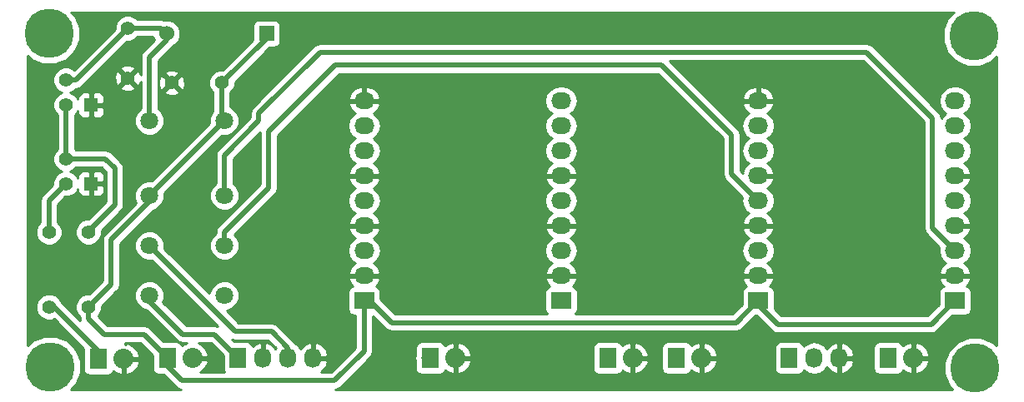
<source format=gbl>
G04 #@! TF.FileFunction,Copper,L2,Bot,Signal*
%FSLAX45Y45*%
G04 Gerber Fmt 4.5, Leading zero omitted, Abs format (unit mm)*
G04 Created by KiCad (PCBNEW (2015-01-25 BZR 5388)-product) date Mo 03 Aug 2015 14:20:38 CEST*
%MOMM*%
G01*
G04 APERTURE LIST*
%ADD10C,0.150000*%
%ADD11R,1.800000X2.032000*%
%ADD12O,2.032000X2.032000*%
%ADD13C,5.001260*%
%ADD14C,1.397000*%
%ADD15R,1.524000X1.524000*%
%ADD16C,1.524000*%
%ADD17R,2.032000X1.727200*%
%ADD18O,2.032000X1.727200*%
%ADD19R,1.727200X2.032000*%
%ADD20O,1.727200X2.032000*%
%ADD21R,1.397000X1.397000*%
%ADD22C,1.798320*%
%ADD23C,0.508000*%
%ADD24C,0.254000*%
G04 APERTURE END LIST*
D10*
D11*
X20923000Y-9200000D03*
D12*
X21177000Y-9200000D03*
D11*
X18773000Y-9200000D03*
D12*
X19027000Y-9200000D03*
D11*
X18073000Y-9200000D03*
D12*
X18327000Y-9200000D03*
D11*
X16273000Y-9200000D03*
D12*
X16527000Y-9200000D03*
D11*
X13603000Y-9200000D03*
D12*
X13857000Y-9200000D03*
D11*
X12903000Y-9210000D03*
D12*
X13157000Y-9210000D03*
D13*
X21790000Y-5920000D03*
X12410000Y-9290000D03*
X21800000Y-9300000D03*
X12400000Y-5900000D03*
D14*
X14154000Y-6400000D03*
X13646000Y-6400000D03*
X13200000Y-5846000D03*
X13200000Y-6354000D03*
D15*
X14608000Y-5900000D03*
D16*
X13592000Y-5900000D03*
D17*
X15600000Y-8616000D03*
D18*
X15600000Y-8362000D03*
X15600000Y-8108000D03*
X15600000Y-7854000D03*
X15600000Y-7600000D03*
X15600000Y-7346000D03*
X15600000Y-7092000D03*
X15600000Y-6838000D03*
X15600000Y-6584000D03*
D17*
X17600000Y-8616000D03*
D18*
X17600000Y-8362000D03*
X17600000Y-8108000D03*
X17600000Y-7854000D03*
X17600000Y-7600000D03*
X17600000Y-7346000D03*
X17600000Y-7092000D03*
X17600000Y-6838000D03*
X17600000Y-6584000D03*
D19*
X14319000Y-9200000D03*
D20*
X14573000Y-9200000D03*
X14827000Y-9200000D03*
X15081000Y-9200000D03*
D17*
X19600000Y-8616000D03*
D18*
X19600000Y-8362000D03*
X19600000Y-8108000D03*
X19600000Y-7854000D03*
X19600000Y-7600000D03*
X19600000Y-7346000D03*
X19600000Y-7092000D03*
X19600000Y-6838000D03*
X19600000Y-6584000D03*
D17*
X21600000Y-8616000D03*
D18*
X21600000Y-8362000D03*
X21600000Y-8108000D03*
X21600000Y-7854000D03*
X21600000Y-7600000D03*
X21600000Y-7346000D03*
X21600000Y-7092000D03*
X21600000Y-6838000D03*
X21600000Y-6584000D03*
D21*
X12827000Y-7427000D03*
D14*
X12573000Y-7427000D03*
X12573000Y-7173000D03*
D21*
X12827000Y-6627000D03*
D14*
X12573000Y-6627000D03*
X12573000Y-6373000D03*
X12400000Y-7919000D03*
X12400000Y-8681000D03*
X12800000Y-7919000D03*
X12800000Y-8681000D03*
D22*
X14181000Y-8563600D03*
X14181000Y-8055600D03*
X14181000Y-7547600D03*
X13419000Y-8563600D03*
X13419000Y-8055600D03*
X13419000Y-7547600D03*
X14181000Y-6785600D03*
X13419000Y-6785600D03*
D19*
X19916000Y-9200000D03*
D20*
X20170000Y-9200000D03*
X20424000Y-9200000D03*
D23*
X13592000Y-5900000D02*
X13592000Y-5968000D01*
X13592000Y-5968000D02*
X13419000Y-6141000D01*
X13419000Y-6141000D02*
X13419000Y-6785600D01*
X13200000Y-5846000D02*
X13538000Y-5846000D01*
X13538000Y-5846000D02*
X13592000Y-5900000D01*
X12573000Y-6373000D02*
X12673000Y-6373000D01*
X12673000Y-6373000D02*
X13200000Y-5846000D01*
X13603000Y-9200000D02*
X13603000Y-9283000D01*
X13603000Y-9283000D02*
X13750000Y-9430000D01*
X15600000Y-9130000D02*
X15600000Y-8616000D01*
X15300000Y-9430000D02*
X15600000Y-9130000D01*
X13750000Y-9430000D02*
X15300000Y-9430000D01*
X19600000Y-8616000D02*
X19600000Y-8660000D01*
X19600000Y-8660000D02*
X19800000Y-8860000D01*
X21356000Y-8860000D02*
X21600000Y-8616000D01*
X19800000Y-8860000D02*
X21356000Y-8860000D01*
X15600000Y-8616000D02*
X15656000Y-8616000D01*
X15656000Y-8616000D02*
X15880000Y-8840000D01*
X19376000Y-8840000D02*
X19600000Y-8616000D01*
X15880000Y-8840000D02*
X19376000Y-8840000D01*
X12800000Y-8681000D02*
X12800000Y-8800000D01*
X13363000Y-8960000D02*
X13603000Y-9200000D01*
X12960000Y-8960000D02*
X13363000Y-8960000D01*
X12800000Y-8800000D02*
X12960000Y-8960000D01*
X13419000Y-7547600D02*
X13419000Y-7611000D01*
X13419000Y-7611000D02*
X13030000Y-8000000D01*
X13030000Y-8451000D02*
X13020500Y-8460500D01*
X13020500Y-8460500D02*
X12800000Y-8681000D01*
X13030000Y-8000000D02*
X13030000Y-8451000D01*
X14181000Y-6785600D02*
X13419000Y-7547600D01*
X14154000Y-6400000D02*
X14154000Y-6758600D01*
X14154000Y-6758600D02*
X14181000Y-6785600D01*
X14608000Y-5900000D02*
X14608000Y-5946000D01*
X14608000Y-5946000D02*
X14154000Y-6400000D01*
X16200000Y-9200000D02*
X16273000Y-9200000D01*
X14181000Y-8563600D02*
X14181000Y-8561000D01*
X13419000Y-8563600D02*
X13419000Y-8619000D01*
X13419000Y-8619000D02*
X13760000Y-8960000D01*
X13760000Y-8960000D02*
X14079000Y-8960000D01*
X14079000Y-8960000D02*
X14319000Y-9200000D01*
X14827000Y-9200000D02*
X14827000Y-9097000D01*
X14290000Y-8930000D02*
X13419000Y-8059000D01*
X14660000Y-8930000D02*
X14290000Y-8930000D01*
X14827000Y-9097000D02*
X14660000Y-8930000D01*
X13419000Y-8059000D02*
X13419000Y-8055600D01*
X12400000Y-7919000D02*
X12400000Y-7600000D01*
X12400000Y-7600000D02*
X12573000Y-7427000D01*
X12573000Y-7173000D02*
X12573000Y-6627000D01*
X12800000Y-7919000D02*
X12800000Y-7910000D01*
X12800000Y-7910000D02*
X13070000Y-7640000D01*
X13070000Y-7640000D02*
X13070000Y-7270000D01*
X13070000Y-7270000D02*
X12973000Y-7173000D01*
X12973000Y-7173000D02*
X12573000Y-7173000D01*
X14181000Y-7547600D02*
X14181000Y-7139000D01*
X21370000Y-7878000D02*
X21600000Y-8108000D01*
X21370000Y-6760000D02*
X21370000Y-7878000D01*
X20700000Y-6090000D02*
X21370000Y-6760000D01*
X15150000Y-6090000D02*
X20700000Y-6090000D01*
X14530000Y-6710000D02*
X15150000Y-6090000D01*
X14530000Y-6790000D02*
X14530000Y-6710000D01*
X14181000Y-7139000D02*
X14530000Y-6790000D01*
X12903000Y-9210000D02*
X12903000Y-9133000D01*
X12903000Y-9133000D02*
X12451000Y-8681000D01*
X12451000Y-8681000D02*
X12400000Y-8681000D01*
X14181000Y-8055600D02*
X14181000Y-7919000D01*
X19330000Y-7330000D02*
X19600000Y-7600000D01*
X19330000Y-6930000D02*
X19330000Y-7330000D01*
X18620000Y-6220000D02*
X19330000Y-6930000D01*
X15310000Y-6220000D02*
X18620000Y-6220000D01*
X14630000Y-6900000D02*
X15310000Y-6220000D01*
X14630000Y-7470000D02*
X14630000Y-6900000D01*
X14181000Y-7919000D02*
X14630000Y-7470000D01*
X14181000Y-8055600D02*
X14181000Y-8061000D01*
D24*
G36*
X14182636Y-9341100D02*
X13937762Y-9341100D01*
X13953838Y-9333719D01*
X13997638Y-9286482D01*
X14017597Y-9238294D01*
X14005684Y-9212700D01*
X13869700Y-9212700D01*
X13869700Y-9214700D01*
X13844300Y-9214700D01*
X13844300Y-9212700D01*
X13842300Y-9212700D01*
X13842300Y-9187300D01*
X13844300Y-9187300D01*
X13844300Y-9185300D01*
X13869700Y-9185300D01*
X13869700Y-9187300D01*
X14005684Y-9187300D01*
X14017597Y-9161706D01*
X13997638Y-9113518D01*
X13953838Y-9066281D01*
X13915982Y-9048900D01*
X14042176Y-9048900D01*
X14167896Y-9174620D01*
X14167896Y-9301600D01*
X14172594Y-9325812D01*
X14182636Y-9341100D01*
X14182636Y-9341100D01*
G37*
X14182636Y-9341100D02*
X13937762Y-9341100D01*
X13953838Y-9333719D01*
X13997638Y-9286482D01*
X14017597Y-9238294D01*
X14005684Y-9212700D01*
X13869700Y-9212700D01*
X13869700Y-9214700D01*
X13844300Y-9214700D01*
X13844300Y-9212700D01*
X13842300Y-9212700D01*
X13842300Y-9187300D01*
X13844300Y-9187300D01*
X13844300Y-9185300D01*
X13869700Y-9185300D01*
X13869700Y-9187300D01*
X14005684Y-9187300D01*
X14017597Y-9161706D01*
X13997638Y-9113518D01*
X13953838Y-9066281D01*
X13915982Y-9048900D01*
X14042176Y-9048900D01*
X14167896Y-9174620D01*
X14167896Y-9301600D01*
X14172594Y-9325812D01*
X14182636Y-9341100D01*
G36*
X14704531Y-9100255D02*
X14700354Y-9106507D01*
X14663204Y-9064927D01*
X14610479Y-9039529D01*
X14608903Y-9039264D01*
X14585700Y-9051378D01*
X14585700Y-9187300D01*
X14587700Y-9187300D01*
X14587700Y-9212700D01*
X14585700Y-9212700D01*
X14585700Y-9214700D01*
X14560300Y-9214700D01*
X14560300Y-9212700D01*
X14558300Y-9212700D01*
X14558300Y-9187300D01*
X14560300Y-9187300D01*
X14560300Y-9051378D01*
X14537097Y-9039264D01*
X14535521Y-9039529D01*
X14482796Y-9064927D01*
X14467033Y-9082570D01*
X14465406Y-9074188D01*
X14451427Y-9052907D01*
X14430324Y-9038662D01*
X14405360Y-9033656D01*
X14278380Y-9033656D01*
X14257074Y-9012351D01*
X14290000Y-9018900D01*
X14623176Y-9018900D01*
X14704531Y-9100255D01*
X14704531Y-9100255D01*
G37*
X14704531Y-9100255D02*
X14700354Y-9106507D01*
X14663204Y-9064927D01*
X14610479Y-9039529D01*
X14608903Y-9039264D01*
X14585700Y-9051378D01*
X14585700Y-9187300D01*
X14587700Y-9187300D01*
X14587700Y-9212700D01*
X14585700Y-9212700D01*
X14585700Y-9214700D01*
X14560300Y-9214700D01*
X14560300Y-9212700D01*
X14558300Y-9212700D01*
X14558300Y-9187300D01*
X14560300Y-9187300D01*
X14560300Y-9051378D01*
X14537097Y-9039264D01*
X14535521Y-9039529D01*
X14482796Y-9064927D01*
X14467033Y-9082570D01*
X14465406Y-9074188D01*
X14451427Y-9052907D01*
X14430324Y-9038662D01*
X14405360Y-9033656D01*
X14278380Y-9033656D01*
X14257074Y-9012351D01*
X14290000Y-9018900D01*
X14623176Y-9018900D01*
X14704531Y-9100255D01*
G36*
X22017450Y-9073997D02*
X21977851Y-9034329D01*
X21862645Y-8986492D01*
X21768335Y-8986409D01*
X21768335Y-8108000D01*
X21756927Y-8050651D01*
X21724442Y-8002033D01*
X21693493Y-7981354D01*
X21735073Y-7944204D01*
X21760471Y-7891479D01*
X21760736Y-7889903D01*
X21748622Y-7866700D01*
X21612700Y-7866700D01*
X21612700Y-7868700D01*
X21587300Y-7868700D01*
X21587300Y-7866700D01*
X21585300Y-7866700D01*
X21585300Y-7841300D01*
X21587300Y-7841300D01*
X21587300Y-7839300D01*
X21612700Y-7839300D01*
X21612700Y-7841300D01*
X21748622Y-7841300D01*
X21760736Y-7818097D01*
X21760471Y-7816521D01*
X21735073Y-7763796D01*
X21693493Y-7726646D01*
X21724442Y-7705967D01*
X21756927Y-7657349D01*
X21768335Y-7600000D01*
X21756927Y-7542651D01*
X21724442Y-7494033D01*
X21693493Y-7473354D01*
X21735073Y-7436204D01*
X21760471Y-7383479D01*
X21760736Y-7381903D01*
X21748622Y-7358700D01*
X21612700Y-7358700D01*
X21612700Y-7360700D01*
X21587300Y-7360700D01*
X21587300Y-7358700D01*
X21585300Y-7358700D01*
X21585300Y-7333300D01*
X21587300Y-7333300D01*
X21587300Y-7331300D01*
X21612700Y-7331300D01*
X21612700Y-7333300D01*
X21748622Y-7333300D01*
X21760736Y-7310097D01*
X21760471Y-7308521D01*
X21735073Y-7255796D01*
X21693493Y-7218646D01*
X21724442Y-7197967D01*
X21756927Y-7149349D01*
X21768335Y-7092000D01*
X21756927Y-7034651D01*
X21724442Y-6986033D01*
X21692963Y-6965000D01*
X21724442Y-6943967D01*
X21756927Y-6895349D01*
X21768335Y-6838000D01*
X21756927Y-6780651D01*
X21724442Y-6732033D01*
X21692963Y-6711000D01*
X21724442Y-6689967D01*
X21756927Y-6641349D01*
X21768335Y-6584000D01*
X21756927Y-6526651D01*
X21724442Y-6478033D01*
X21675823Y-6445547D01*
X21618475Y-6434140D01*
X21581526Y-6434140D01*
X21524177Y-6445547D01*
X21475559Y-6478033D01*
X21443073Y-6526651D01*
X21431666Y-6584000D01*
X21443073Y-6641349D01*
X21475559Y-6689967D01*
X21507037Y-6711000D01*
X21475559Y-6732033D01*
X21458435Y-6757661D01*
X21452133Y-6725979D01*
X21452133Y-6725979D01*
X21432862Y-6697138D01*
X20762862Y-6027138D01*
X20734021Y-6007867D01*
X20700000Y-6001100D01*
X15150000Y-6001100D01*
X15115979Y-6007867D01*
X15087138Y-6027138D01*
X14467138Y-6647138D01*
X14447867Y-6675979D01*
X14441100Y-6710000D01*
X14441100Y-6753176D01*
X14118138Y-7076138D01*
X14098867Y-7104979D01*
X14092100Y-7139000D01*
X14092100Y-7419571D01*
X14051016Y-7460583D01*
X14027611Y-7516950D01*
X14027557Y-7577982D01*
X14050864Y-7634390D01*
X14093983Y-7677584D01*
X14150350Y-7700989D01*
X14211382Y-7701043D01*
X14267790Y-7677736D01*
X14310984Y-7634617D01*
X14334389Y-7578250D01*
X14334443Y-7517218D01*
X14311136Y-7460810D01*
X14269900Y-7419503D01*
X14269900Y-7175824D01*
X14541100Y-6904624D01*
X14541100Y-7433176D01*
X14118138Y-7856138D01*
X14098867Y-7884979D01*
X14092100Y-7919000D01*
X14092100Y-7927571D01*
X14051016Y-7968583D01*
X14027611Y-8024950D01*
X14027557Y-8085982D01*
X14050864Y-8142390D01*
X14093983Y-8185584D01*
X14150350Y-8208989D01*
X14211382Y-8209043D01*
X14267790Y-8185736D01*
X14310984Y-8142617D01*
X14334389Y-8086250D01*
X14334443Y-8025218D01*
X14311136Y-7968810D01*
X14284048Y-7941675D01*
X14692862Y-7532862D01*
X14712133Y-7504021D01*
X14712133Y-7504020D01*
X14718900Y-7470000D01*
X14718900Y-6936824D01*
X15346824Y-6308900D01*
X18583176Y-6308900D01*
X19241100Y-6966824D01*
X19241100Y-7330000D01*
X19247867Y-7364021D01*
X19267138Y-7392862D01*
X19438735Y-7564459D01*
X19431666Y-7600000D01*
X19443073Y-7657349D01*
X19475559Y-7705967D01*
X19506507Y-7726646D01*
X19464927Y-7763796D01*
X19439529Y-7816521D01*
X19439264Y-7818097D01*
X19451378Y-7841300D01*
X19587300Y-7841300D01*
X19587300Y-7839300D01*
X19612700Y-7839300D01*
X19612700Y-7841300D01*
X19748622Y-7841300D01*
X19760736Y-7818097D01*
X19760471Y-7816521D01*
X19735073Y-7763796D01*
X19693493Y-7726646D01*
X19724442Y-7705967D01*
X19756927Y-7657349D01*
X19768335Y-7600000D01*
X19756927Y-7542651D01*
X19724442Y-7494033D01*
X19693493Y-7473354D01*
X19735073Y-7436204D01*
X19760471Y-7383479D01*
X19760736Y-7381903D01*
X19748622Y-7358700D01*
X19612700Y-7358700D01*
X19612700Y-7360700D01*
X19587300Y-7360700D01*
X19587300Y-7358700D01*
X19585300Y-7358700D01*
X19585300Y-7333300D01*
X19587300Y-7333300D01*
X19587300Y-7331300D01*
X19612700Y-7331300D01*
X19612700Y-7333300D01*
X19748622Y-7333300D01*
X19760736Y-7310097D01*
X19760471Y-7308521D01*
X19735073Y-7255796D01*
X19693493Y-7218646D01*
X19724442Y-7197967D01*
X19756927Y-7149349D01*
X19768335Y-7092000D01*
X19756927Y-7034651D01*
X19724442Y-6986033D01*
X19692963Y-6965000D01*
X19724442Y-6943967D01*
X19756927Y-6895349D01*
X19768335Y-6838000D01*
X19756927Y-6780651D01*
X19724442Y-6732033D01*
X19693493Y-6711354D01*
X19735073Y-6674204D01*
X19760471Y-6621479D01*
X19760736Y-6619903D01*
X19760736Y-6548097D01*
X19760471Y-6546521D01*
X19735073Y-6493796D01*
X19691432Y-6454805D01*
X19636191Y-6435482D01*
X19612700Y-6449908D01*
X19612700Y-6571300D01*
X19748622Y-6571300D01*
X19760736Y-6548097D01*
X19760736Y-6619903D01*
X19748622Y-6596700D01*
X19612700Y-6596700D01*
X19612700Y-6598700D01*
X19587300Y-6598700D01*
X19587300Y-6596700D01*
X19587300Y-6571300D01*
X19587300Y-6449908D01*
X19563809Y-6435482D01*
X19508568Y-6454805D01*
X19464927Y-6493796D01*
X19439529Y-6546521D01*
X19439264Y-6548097D01*
X19451378Y-6571300D01*
X19587300Y-6571300D01*
X19587300Y-6596700D01*
X19451378Y-6596700D01*
X19439264Y-6619903D01*
X19439529Y-6621479D01*
X19464927Y-6674204D01*
X19506507Y-6711354D01*
X19475559Y-6732033D01*
X19443073Y-6780651D01*
X19431666Y-6838000D01*
X19443073Y-6895349D01*
X19475559Y-6943967D01*
X19507037Y-6965000D01*
X19475559Y-6986033D01*
X19443073Y-7034651D01*
X19431666Y-7092000D01*
X19443073Y-7149349D01*
X19475559Y-7197967D01*
X19506507Y-7218646D01*
X19464927Y-7255796D01*
X19439529Y-7308521D01*
X19439264Y-7310097D01*
X19443026Y-7317302D01*
X19418900Y-7293176D01*
X19418900Y-6930000D01*
X19412133Y-6895979D01*
X19392862Y-6867138D01*
X18704624Y-6178900D01*
X20663176Y-6178900D01*
X21281100Y-6796824D01*
X21281100Y-7878000D01*
X21287867Y-7912021D01*
X21307138Y-7940862D01*
X21438735Y-8072459D01*
X21431666Y-8108000D01*
X21443073Y-8165349D01*
X21475559Y-8213967D01*
X21506507Y-8234646D01*
X21464927Y-8271796D01*
X21439529Y-8324521D01*
X21439264Y-8326097D01*
X21451378Y-8349300D01*
X21587300Y-8349300D01*
X21587300Y-8347300D01*
X21612700Y-8347300D01*
X21612700Y-8349300D01*
X21748622Y-8349300D01*
X21760736Y-8326097D01*
X21760471Y-8324521D01*
X21735073Y-8271796D01*
X21693493Y-8234646D01*
X21724442Y-8213967D01*
X21756927Y-8165349D01*
X21768335Y-8108000D01*
X21768335Y-8986409D01*
X21737902Y-8986383D01*
X21622613Y-9034019D01*
X21534329Y-9122149D01*
X21486492Y-9237355D01*
X21486383Y-9362098D01*
X21534019Y-9477387D01*
X21574012Y-9517450D01*
X21337598Y-9517450D01*
X21337598Y-9238294D01*
X21337598Y-9161706D01*
X21317639Y-9113518D01*
X21273838Y-9066281D01*
X21215295Y-9039402D01*
X21189700Y-9051263D01*
X21189700Y-9187300D01*
X21325684Y-9187300D01*
X21337598Y-9161706D01*
X21337598Y-9238294D01*
X21325684Y-9212700D01*
X21189700Y-9212700D01*
X21189700Y-9348737D01*
X21215295Y-9360598D01*
X21273838Y-9333719D01*
X21317639Y-9286482D01*
X21337598Y-9238294D01*
X21337598Y-9517450D01*
X21164300Y-9517450D01*
X21164300Y-9348737D01*
X21164300Y-9212700D01*
X21162300Y-9212700D01*
X21162300Y-9187300D01*
X21164300Y-9187300D01*
X21164300Y-9051263D01*
X21138705Y-9039402D01*
X21080162Y-9066281D01*
X21072957Y-9074052D01*
X21059067Y-9052907D01*
X21037964Y-9038662D01*
X21013000Y-9033656D01*
X20833000Y-9033656D01*
X20808788Y-9038354D01*
X20787507Y-9052333D01*
X20773262Y-9073436D01*
X20768256Y-9098400D01*
X20768256Y-9301600D01*
X20772954Y-9325812D01*
X20786933Y-9347093D01*
X20808036Y-9361338D01*
X20833000Y-9366344D01*
X21013000Y-9366344D01*
X21037212Y-9361646D01*
X21058493Y-9347667D01*
X21072738Y-9326564D01*
X21072878Y-9325863D01*
X21080162Y-9333719D01*
X21138705Y-9360598D01*
X21164300Y-9348737D01*
X21164300Y-9517450D01*
X20572518Y-9517450D01*
X20572518Y-9236191D01*
X20572518Y-9163809D01*
X20553195Y-9108568D01*
X20514204Y-9064927D01*
X20461479Y-9039529D01*
X20459903Y-9039264D01*
X20436700Y-9051378D01*
X20436700Y-9187300D01*
X20558092Y-9187300D01*
X20572518Y-9163809D01*
X20572518Y-9236191D01*
X20558092Y-9212700D01*
X20436700Y-9212700D01*
X20436700Y-9348622D01*
X20459903Y-9360736D01*
X20461479Y-9360471D01*
X20514204Y-9335073D01*
X20553195Y-9291432D01*
X20572518Y-9236191D01*
X20572518Y-9517450D01*
X20411300Y-9517450D01*
X20411300Y-9348622D01*
X20411300Y-9212700D01*
X20409300Y-9212700D01*
X20409300Y-9187300D01*
X20411300Y-9187300D01*
X20411300Y-9051378D01*
X20388097Y-9039264D01*
X20386521Y-9039529D01*
X20333796Y-9064927D01*
X20296646Y-9106507D01*
X20275967Y-9075559D01*
X20227349Y-9043073D01*
X20170000Y-9031666D01*
X20112651Y-9043073D01*
X20064033Y-9075559D01*
X20062978Y-9077137D01*
X20062406Y-9074188D01*
X20048427Y-9052907D01*
X20027324Y-9038662D01*
X20002360Y-9033656D01*
X19829640Y-9033656D01*
X19805428Y-9038354D01*
X19784147Y-9052333D01*
X19769902Y-9073436D01*
X19764896Y-9098400D01*
X19764896Y-9301600D01*
X19769594Y-9325812D01*
X19783573Y-9347093D01*
X19804676Y-9361338D01*
X19829640Y-9366344D01*
X20002360Y-9366344D01*
X20026572Y-9361646D01*
X20047853Y-9347667D01*
X20062098Y-9326564D01*
X20062872Y-9322704D01*
X20064033Y-9324442D01*
X20112651Y-9356927D01*
X20170000Y-9368335D01*
X20227349Y-9356927D01*
X20275967Y-9324442D01*
X20296646Y-9293493D01*
X20333796Y-9335073D01*
X20386521Y-9360471D01*
X20388097Y-9360736D01*
X20411300Y-9348622D01*
X20411300Y-9517450D01*
X19187598Y-9517450D01*
X19187598Y-9238294D01*
X19187598Y-9161706D01*
X19167639Y-9113518D01*
X19123838Y-9066281D01*
X19065295Y-9039402D01*
X19039700Y-9051263D01*
X19039700Y-9187300D01*
X19175684Y-9187300D01*
X19187598Y-9161706D01*
X19187598Y-9238294D01*
X19175684Y-9212700D01*
X19039700Y-9212700D01*
X19039700Y-9348737D01*
X19065295Y-9360598D01*
X19123838Y-9333719D01*
X19167639Y-9286482D01*
X19187598Y-9238294D01*
X19187598Y-9517450D01*
X19014300Y-9517450D01*
X19014300Y-9348737D01*
X19014300Y-9212700D01*
X19012300Y-9212700D01*
X19012300Y-9187300D01*
X19014300Y-9187300D01*
X19014300Y-9051263D01*
X18988705Y-9039402D01*
X18930162Y-9066281D01*
X18922957Y-9074052D01*
X18909067Y-9052907D01*
X18887964Y-9038662D01*
X18863000Y-9033656D01*
X18683000Y-9033656D01*
X18658788Y-9038354D01*
X18637507Y-9052333D01*
X18623262Y-9073436D01*
X18618256Y-9098400D01*
X18618256Y-9301600D01*
X18622954Y-9325812D01*
X18636933Y-9347093D01*
X18658036Y-9361338D01*
X18683000Y-9366344D01*
X18863000Y-9366344D01*
X18887212Y-9361646D01*
X18908493Y-9347667D01*
X18922738Y-9326564D01*
X18922878Y-9325863D01*
X18930162Y-9333719D01*
X18988705Y-9360598D01*
X19014300Y-9348737D01*
X19014300Y-9517450D01*
X18487598Y-9517450D01*
X18487598Y-9238294D01*
X18487598Y-9161706D01*
X18467639Y-9113518D01*
X18423838Y-9066281D01*
X18365295Y-9039402D01*
X18339700Y-9051263D01*
X18339700Y-9187300D01*
X18475684Y-9187300D01*
X18487598Y-9161706D01*
X18487598Y-9238294D01*
X18475684Y-9212700D01*
X18339700Y-9212700D01*
X18339700Y-9348737D01*
X18365295Y-9360598D01*
X18423838Y-9333719D01*
X18467639Y-9286482D01*
X18487598Y-9238294D01*
X18487598Y-9517450D01*
X18314300Y-9517450D01*
X18314300Y-9348737D01*
X18314300Y-9212700D01*
X18312300Y-9212700D01*
X18312300Y-9187300D01*
X18314300Y-9187300D01*
X18314300Y-9051263D01*
X18288705Y-9039402D01*
X18230162Y-9066281D01*
X18222957Y-9074052D01*
X18209067Y-9052907D01*
X18187964Y-9038662D01*
X18163000Y-9033656D01*
X17983000Y-9033656D01*
X17958788Y-9038354D01*
X17937507Y-9052333D01*
X17923262Y-9073436D01*
X17918256Y-9098400D01*
X17918256Y-9301600D01*
X17922954Y-9325812D01*
X17936933Y-9347093D01*
X17958036Y-9361338D01*
X17983000Y-9366344D01*
X18163000Y-9366344D01*
X18187212Y-9361646D01*
X18208493Y-9347667D01*
X18222738Y-9326564D01*
X18222878Y-9325863D01*
X18230162Y-9333719D01*
X18288705Y-9360598D01*
X18314300Y-9348737D01*
X18314300Y-9517450D01*
X16687597Y-9517450D01*
X16687597Y-9238294D01*
X16687597Y-9161706D01*
X16667638Y-9113518D01*
X16623838Y-9066281D01*
X16565295Y-9039402D01*
X16539700Y-9051263D01*
X16539700Y-9187300D01*
X16675684Y-9187300D01*
X16687597Y-9161706D01*
X16687597Y-9238294D01*
X16675684Y-9212700D01*
X16539700Y-9212700D01*
X16539700Y-9348737D01*
X16565295Y-9360598D01*
X16623838Y-9333719D01*
X16667638Y-9286482D01*
X16687597Y-9238294D01*
X16687597Y-9517450D01*
X16514300Y-9517450D01*
X16514300Y-9348737D01*
X16514300Y-9212700D01*
X16512300Y-9212700D01*
X16512300Y-9187300D01*
X16514300Y-9187300D01*
X16514300Y-9051263D01*
X16488705Y-9039402D01*
X16430162Y-9066281D01*
X16422957Y-9074052D01*
X16409067Y-9052907D01*
X16387964Y-9038662D01*
X16363000Y-9033656D01*
X16183000Y-9033656D01*
X16158788Y-9038354D01*
X16137507Y-9052333D01*
X16123262Y-9073436D01*
X16118256Y-9098400D01*
X16118256Y-9165397D01*
X16117867Y-9165979D01*
X16111100Y-9200000D01*
X16117867Y-9234021D01*
X16118256Y-9234603D01*
X16118256Y-9301600D01*
X16122954Y-9325812D01*
X16136933Y-9347093D01*
X16158036Y-9361338D01*
X16183000Y-9366344D01*
X16363000Y-9366344D01*
X16387212Y-9361646D01*
X16408493Y-9347667D01*
X16422738Y-9326564D01*
X16422878Y-9325863D01*
X16430162Y-9333719D01*
X16488705Y-9360598D01*
X16514300Y-9348737D01*
X16514300Y-9517450D01*
X15307290Y-9517450D01*
X15334020Y-9512133D01*
X15334021Y-9512133D01*
X15362862Y-9492862D01*
X15662862Y-9192862D01*
X15682133Y-9164021D01*
X15682133Y-9164021D01*
X15688900Y-9130000D01*
X15688900Y-8774624D01*
X15817138Y-8902862D01*
X15845979Y-8922133D01*
X15880000Y-8928900D01*
X19376000Y-8928900D01*
X19410021Y-8922133D01*
X19410021Y-8922133D01*
X19438862Y-8902862D01*
X19574620Y-8767104D01*
X19581380Y-8767104D01*
X19737138Y-8922862D01*
X19765979Y-8942133D01*
X19765980Y-8942133D01*
X19800000Y-8948900D01*
X21356000Y-8948900D01*
X21390021Y-8942133D01*
X21390021Y-8942133D01*
X21418862Y-8922862D01*
X21574620Y-8767104D01*
X21701600Y-8767104D01*
X21725812Y-8762406D01*
X21747093Y-8748427D01*
X21761338Y-8727324D01*
X21766344Y-8702360D01*
X21766344Y-8529640D01*
X21761646Y-8505428D01*
X21747667Y-8484147D01*
X21726564Y-8469902D01*
X21717335Y-8468052D01*
X21735073Y-8452204D01*
X21760471Y-8399479D01*
X21760736Y-8397903D01*
X21748622Y-8374700D01*
X21612700Y-8374700D01*
X21612700Y-8376700D01*
X21587300Y-8376700D01*
X21587300Y-8374700D01*
X21451378Y-8374700D01*
X21439264Y-8397903D01*
X21439529Y-8399479D01*
X21464927Y-8452204D01*
X21482570Y-8467967D01*
X21474188Y-8469594D01*
X21452907Y-8483573D01*
X21438662Y-8504676D01*
X21433656Y-8529640D01*
X21433656Y-8656620D01*
X21319176Y-8771100D01*
X19836824Y-8771100D01*
X19768335Y-8702611D01*
X19768335Y-8108000D01*
X19756927Y-8050651D01*
X19724442Y-8002033D01*
X19693493Y-7981354D01*
X19735073Y-7944204D01*
X19760471Y-7891479D01*
X19760736Y-7889903D01*
X19748622Y-7866700D01*
X19612700Y-7866700D01*
X19612700Y-7868700D01*
X19587300Y-7868700D01*
X19587300Y-7866700D01*
X19451378Y-7866700D01*
X19439264Y-7889903D01*
X19439529Y-7891479D01*
X19464927Y-7944204D01*
X19506507Y-7981354D01*
X19475559Y-8002033D01*
X19443073Y-8050651D01*
X19431666Y-8108000D01*
X19443073Y-8165349D01*
X19475559Y-8213967D01*
X19506507Y-8234646D01*
X19464927Y-8271796D01*
X19439529Y-8324521D01*
X19439264Y-8326097D01*
X19451378Y-8349300D01*
X19587300Y-8349300D01*
X19587300Y-8347300D01*
X19612700Y-8347300D01*
X19612700Y-8349300D01*
X19748622Y-8349300D01*
X19760736Y-8326097D01*
X19760471Y-8324521D01*
X19735073Y-8271796D01*
X19693493Y-8234646D01*
X19724442Y-8213967D01*
X19756927Y-8165349D01*
X19768335Y-8108000D01*
X19768335Y-8702611D01*
X19766344Y-8700620D01*
X19766344Y-8529640D01*
X19761646Y-8505428D01*
X19747667Y-8484147D01*
X19726564Y-8469902D01*
X19717335Y-8468052D01*
X19735073Y-8452204D01*
X19760471Y-8399479D01*
X19760736Y-8397903D01*
X19748622Y-8374700D01*
X19612700Y-8374700D01*
X19612700Y-8376700D01*
X19587300Y-8376700D01*
X19587300Y-8374700D01*
X19451378Y-8374700D01*
X19439264Y-8397903D01*
X19439529Y-8399479D01*
X19464927Y-8452204D01*
X19482570Y-8467967D01*
X19474188Y-8469594D01*
X19452907Y-8483573D01*
X19438662Y-8504676D01*
X19433656Y-8529640D01*
X19433656Y-8656620D01*
X19339176Y-8751100D01*
X17768335Y-8751100D01*
X17768335Y-8108000D01*
X17768335Y-7600000D01*
X17768335Y-7092000D01*
X17756927Y-7034651D01*
X17724442Y-6986033D01*
X17692963Y-6965000D01*
X17724442Y-6943967D01*
X17756927Y-6895349D01*
X17768335Y-6838000D01*
X17756927Y-6780651D01*
X17724442Y-6732033D01*
X17692963Y-6711000D01*
X17724442Y-6689967D01*
X17756927Y-6641349D01*
X17768335Y-6584000D01*
X17756927Y-6526651D01*
X17724442Y-6478033D01*
X17675823Y-6445547D01*
X17618475Y-6434140D01*
X17581526Y-6434140D01*
X17524177Y-6445547D01*
X17475559Y-6478033D01*
X17443073Y-6526651D01*
X17431666Y-6584000D01*
X17443073Y-6641349D01*
X17475559Y-6689967D01*
X17507037Y-6711000D01*
X17475559Y-6732033D01*
X17443073Y-6780651D01*
X17431666Y-6838000D01*
X17443073Y-6895349D01*
X17475559Y-6943967D01*
X17507037Y-6965000D01*
X17475559Y-6986033D01*
X17443073Y-7034651D01*
X17431666Y-7092000D01*
X17443073Y-7149349D01*
X17475559Y-7197967D01*
X17506507Y-7218646D01*
X17464927Y-7255796D01*
X17439529Y-7308521D01*
X17439264Y-7310097D01*
X17451378Y-7333300D01*
X17587300Y-7333300D01*
X17587300Y-7331300D01*
X17612700Y-7331300D01*
X17612700Y-7333300D01*
X17748622Y-7333300D01*
X17760736Y-7310097D01*
X17760471Y-7308521D01*
X17735073Y-7255796D01*
X17693493Y-7218646D01*
X17724442Y-7197967D01*
X17756927Y-7149349D01*
X17768335Y-7092000D01*
X17768335Y-7600000D01*
X17756927Y-7542651D01*
X17724442Y-7494033D01*
X17693493Y-7473354D01*
X17735073Y-7436204D01*
X17760471Y-7383479D01*
X17760736Y-7381903D01*
X17748622Y-7358700D01*
X17612700Y-7358700D01*
X17612700Y-7360700D01*
X17587300Y-7360700D01*
X17587300Y-7358700D01*
X17451378Y-7358700D01*
X17439264Y-7381903D01*
X17439529Y-7383479D01*
X17464927Y-7436204D01*
X17506507Y-7473354D01*
X17475559Y-7494033D01*
X17443073Y-7542651D01*
X17431666Y-7600000D01*
X17443073Y-7657349D01*
X17475559Y-7705967D01*
X17506507Y-7726646D01*
X17464927Y-7763796D01*
X17439529Y-7816521D01*
X17439264Y-7818097D01*
X17451378Y-7841300D01*
X17587300Y-7841300D01*
X17587300Y-7839300D01*
X17612700Y-7839300D01*
X17612700Y-7841300D01*
X17748622Y-7841300D01*
X17760736Y-7818097D01*
X17760471Y-7816521D01*
X17735073Y-7763796D01*
X17693493Y-7726646D01*
X17724442Y-7705967D01*
X17756927Y-7657349D01*
X17768335Y-7600000D01*
X17768335Y-8108000D01*
X17756927Y-8050651D01*
X17724442Y-8002033D01*
X17693493Y-7981354D01*
X17735073Y-7944204D01*
X17760471Y-7891479D01*
X17760736Y-7889903D01*
X17748622Y-7866700D01*
X17612700Y-7866700D01*
X17612700Y-7868700D01*
X17587300Y-7868700D01*
X17587300Y-7866700D01*
X17451378Y-7866700D01*
X17439264Y-7889903D01*
X17439529Y-7891479D01*
X17464927Y-7944204D01*
X17506507Y-7981354D01*
X17475559Y-8002033D01*
X17443073Y-8050651D01*
X17431666Y-8108000D01*
X17443073Y-8165349D01*
X17475559Y-8213967D01*
X17506507Y-8234646D01*
X17464927Y-8271796D01*
X17439529Y-8324521D01*
X17439264Y-8326097D01*
X17451378Y-8349300D01*
X17587300Y-8349300D01*
X17587300Y-8347300D01*
X17612700Y-8347300D01*
X17612700Y-8349300D01*
X17748622Y-8349300D01*
X17760736Y-8326097D01*
X17760471Y-8324521D01*
X17735073Y-8271796D01*
X17693493Y-8234646D01*
X17724442Y-8213967D01*
X17756927Y-8165349D01*
X17768335Y-8108000D01*
X17768335Y-8751100D01*
X17743024Y-8751100D01*
X17747093Y-8748427D01*
X17761338Y-8727324D01*
X17766344Y-8702360D01*
X17766344Y-8529640D01*
X17761646Y-8505428D01*
X17747667Y-8484147D01*
X17726564Y-8469902D01*
X17717335Y-8468052D01*
X17735073Y-8452204D01*
X17760471Y-8399479D01*
X17760736Y-8397903D01*
X17748622Y-8374700D01*
X17612700Y-8374700D01*
X17612700Y-8376700D01*
X17587300Y-8376700D01*
X17587300Y-8374700D01*
X17451378Y-8374700D01*
X17439264Y-8397903D01*
X17439529Y-8399479D01*
X17464927Y-8452204D01*
X17482570Y-8467967D01*
X17474188Y-8469594D01*
X17452907Y-8483573D01*
X17438662Y-8504676D01*
X17433656Y-8529640D01*
X17433656Y-8702360D01*
X17438354Y-8726572D01*
X17452333Y-8747853D01*
X17457143Y-8751100D01*
X15916824Y-8751100D01*
X15768334Y-8602611D01*
X15768334Y-8108000D01*
X15768334Y-7600000D01*
X15768334Y-7092000D01*
X15756927Y-7034651D01*
X15724441Y-6986033D01*
X15692963Y-6965000D01*
X15724441Y-6943967D01*
X15756927Y-6895349D01*
X15768334Y-6838000D01*
X15756927Y-6780651D01*
X15724441Y-6732033D01*
X15693493Y-6711354D01*
X15735073Y-6674204D01*
X15760471Y-6621479D01*
X15760736Y-6619903D01*
X15760736Y-6548097D01*
X15760471Y-6546521D01*
X15735073Y-6493796D01*
X15691432Y-6454805D01*
X15636191Y-6435482D01*
X15612700Y-6449908D01*
X15612700Y-6571300D01*
X15748622Y-6571300D01*
X15760736Y-6548097D01*
X15760736Y-6619903D01*
X15748622Y-6596700D01*
X15612700Y-6596700D01*
X15612700Y-6598700D01*
X15587300Y-6598700D01*
X15587300Y-6596700D01*
X15587300Y-6571300D01*
X15587300Y-6449908D01*
X15563809Y-6435482D01*
X15508568Y-6454805D01*
X15464927Y-6493796D01*
X15439529Y-6546521D01*
X15439264Y-6548097D01*
X15451378Y-6571300D01*
X15587300Y-6571300D01*
X15587300Y-6596700D01*
X15451378Y-6596700D01*
X15439264Y-6619903D01*
X15439529Y-6621479D01*
X15464927Y-6674204D01*
X15506507Y-6711354D01*
X15475558Y-6732033D01*
X15443073Y-6780651D01*
X15431665Y-6838000D01*
X15443073Y-6895349D01*
X15475558Y-6943967D01*
X15507036Y-6965000D01*
X15475558Y-6986033D01*
X15443073Y-7034651D01*
X15431665Y-7092000D01*
X15443073Y-7149349D01*
X15475558Y-7197967D01*
X15506507Y-7218646D01*
X15464927Y-7255796D01*
X15439529Y-7308521D01*
X15439264Y-7310097D01*
X15451378Y-7333300D01*
X15587300Y-7333300D01*
X15587300Y-7331300D01*
X15612700Y-7331300D01*
X15612700Y-7333300D01*
X15748622Y-7333300D01*
X15760736Y-7310097D01*
X15760471Y-7308521D01*
X15735073Y-7255796D01*
X15693493Y-7218646D01*
X15724441Y-7197967D01*
X15756927Y-7149349D01*
X15768334Y-7092000D01*
X15768334Y-7600000D01*
X15756927Y-7542651D01*
X15724441Y-7494033D01*
X15693493Y-7473354D01*
X15735073Y-7436204D01*
X15760471Y-7383479D01*
X15760736Y-7381903D01*
X15748622Y-7358700D01*
X15612700Y-7358700D01*
X15612700Y-7360700D01*
X15587300Y-7360700D01*
X15587300Y-7358700D01*
X15451378Y-7358700D01*
X15439264Y-7381903D01*
X15439529Y-7383479D01*
X15464927Y-7436204D01*
X15506507Y-7473354D01*
X15475558Y-7494033D01*
X15443073Y-7542651D01*
X15431665Y-7600000D01*
X15443073Y-7657349D01*
X15475558Y-7705967D01*
X15506507Y-7726646D01*
X15464927Y-7763796D01*
X15439529Y-7816521D01*
X15439264Y-7818097D01*
X15451378Y-7841300D01*
X15587300Y-7841300D01*
X15587300Y-7839300D01*
X15612700Y-7839300D01*
X15612700Y-7841300D01*
X15748622Y-7841300D01*
X15760736Y-7818097D01*
X15760471Y-7816521D01*
X15735073Y-7763796D01*
X15693493Y-7726646D01*
X15724441Y-7705967D01*
X15756927Y-7657349D01*
X15768334Y-7600000D01*
X15768334Y-8108000D01*
X15756927Y-8050651D01*
X15724441Y-8002033D01*
X15693493Y-7981354D01*
X15735073Y-7944204D01*
X15760471Y-7891479D01*
X15760736Y-7889903D01*
X15748622Y-7866700D01*
X15612700Y-7866700D01*
X15612700Y-7868700D01*
X15587300Y-7868700D01*
X15587300Y-7866700D01*
X15451378Y-7866700D01*
X15439264Y-7889903D01*
X15439529Y-7891479D01*
X15464927Y-7944204D01*
X15506507Y-7981354D01*
X15475558Y-8002033D01*
X15443073Y-8050651D01*
X15431665Y-8108000D01*
X15443073Y-8165349D01*
X15475558Y-8213967D01*
X15506507Y-8234646D01*
X15464927Y-8271796D01*
X15439529Y-8324521D01*
X15439264Y-8326097D01*
X15451378Y-8349300D01*
X15587300Y-8349300D01*
X15587300Y-8347300D01*
X15612700Y-8347300D01*
X15612700Y-8349300D01*
X15748622Y-8349300D01*
X15760736Y-8326097D01*
X15760471Y-8324521D01*
X15735073Y-8271796D01*
X15693493Y-8234646D01*
X15724441Y-8213967D01*
X15756927Y-8165349D01*
X15768334Y-8108000D01*
X15768334Y-8602611D01*
X15766344Y-8600620D01*
X15766344Y-8529640D01*
X15761646Y-8505428D01*
X15747667Y-8484147D01*
X15726564Y-8469902D01*
X15717335Y-8468052D01*
X15735073Y-8452204D01*
X15760471Y-8399479D01*
X15760736Y-8397903D01*
X15748622Y-8374700D01*
X15612700Y-8374700D01*
X15612700Y-8376700D01*
X15587300Y-8376700D01*
X15587300Y-8374700D01*
X15451378Y-8374700D01*
X15439264Y-8397903D01*
X15439529Y-8399479D01*
X15464927Y-8452204D01*
X15482570Y-8467967D01*
X15474188Y-8469594D01*
X15452907Y-8483573D01*
X15438662Y-8504676D01*
X15433656Y-8529640D01*
X15433656Y-8702360D01*
X15438354Y-8726572D01*
X15452333Y-8747853D01*
X15473436Y-8762098D01*
X15498400Y-8767104D01*
X15511100Y-8767104D01*
X15511100Y-9093176D01*
X15263176Y-9341100D01*
X15158692Y-9341100D01*
X15171204Y-9335073D01*
X15210195Y-9291432D01*
X15229518Y-9236191D01*
X15229518Y-9163809D01*
X15210195Y-9108568D01*
X15171204Y-9064927D01*
X15118479Y-9039529D01*
X15116903Y-9039264D01*
X15093700Y-9051378D01*
X15093700Y-9187300D01*
X15215092Y-9187300D01*
X15229518Y-9163809D01*
X15229518Y-9236191D01*
X15215092Y-9212700D01*
X15093700Y-9212700D01*
X15093700Y-9214700D01*
X15068300Y-9214700D01*
X15068300Y-9212700D01*
X15066300Y-9212700D01*
X15066300Y-9187300D01*
X15068300Y-9187300D01*
X15068300Y-9051378D01*
X15045097Y-9039264D01*
X15043521Y-9039529D01*
X14990796Y-9064927D01*
X14953646Y-9106507D01*
X14932967Y-9075559D01*
X14905093Y-9056934D01*
X14889862Y-9034138D01*
X14722862Y-8867138D01*
X14694021Y-8847867D01*
X14660000Y-8841100D01*
X14326824Y-8841100D01*
X14202759Y-8717035D01*
X14211382Y-8717043D01*
X14267790Y-8693736D01*
X14310984Y-8650617D01*
X14334389Y-8594250D01*
X14334443Y-8533218D01*
X14311136Y-8476810D01*
X14268017Y-8433616D01*
X14211650Y-8410211D01*
X14150618Y-8410157D01*
X14094210Y-8433464D01*
X14051016Y-8476583D01*
X14027611Y-8532950D01*
X14027603Y-8541879D01*
X13572267Y-8086544D01*
X13572389Y-8086250D01*
X13572443Y-8025218D01*
X13549136Y-7968810D01*
X13506017Y-7925616D01*
X13449650Y-7902211D01*
X13388618Y-7902157D01*
X13332210Y-7925464D01*
X13289016Y-7968583D01*
X13265611Y-8024950D01*
X13265557Y-8085982D01*
X13288864Y-8142390D01*
X13331983Y-8185584D01*
X13388350Y-8208989D01*
X13443314Y-8209037D01*
X14111926Y-8877649D01*
X14079000Y-8871100D01*
X13796824Y-8871100D01*
X13557010Y-8631287D01*
X13572389Y-8594250D01*
X13572443Y-8533218D01*
X13549136Y-8476810D01*
X13506017Y-8433616D01*
X13449650Y-8410211D01*
X13388618Y-8410157D01*
X13332210Y-8433464D01*
X13289016Y-8476583D01*
X13265611Y-8532950D01*
X13265557Y-8593982D01*
X13288864Y-8650390D01*
X13331983Y-8693584D01*
X13388350Y-8716989D01*
X13391268Y-8716992D01*
X13697138Y-9022862D01*
X13725979Y-9042133D01*
X13760000Y-9048900D01*
X13798018Y-9048900D01*
X13760162Y-9066281D01*
X13752957Y-9074052D01*
X13739067Y-9052907D01*
X13717964Y-9038662D01*
X13693000Y-9033656D01*
X13562380Y-9033656D01*
X13425862Y-8897138D01*
X13397021Y-8877867D01*
X13363000Y-8871100D01*
X12996824Y-8871100D01*
X12897657Y-8771934D01*
X12912983Y-8756635D01*
X12933327Y-8707641D01*
X12933357Y-8673367D01*
X13083362Y-8523362D01*
X13092862Y-8513862D01*
X13112133Y-8485021D01*
X13118900Y-8451000D01*
X13118900Y-8036824D01*
X13458412Y-7697312D01*
X13505790Y-7677736D01*
X13548984Y-7634617D01*
X13572389Y-7578250D01*
X13572440Y-7519883D01*
X14153332Y-6938992D01*
X14211382Y-6939043D01*
X14267790Y-6915736D01*
X14310984Y-6872617D01*
X14334389Y-6816250D01*
X14334443Y-6755218D01*
X14311136Y-6698810D01*
X14268017Y-6655616D01*
X14242900Y-6645187D01*
X14242900Y-6499676D01*
X14266983Y-6475635D01*
X14287327Y-6426641D01*
X14287357Y-6392367D01*
X14638780Y-6040944D01*
X14684200Y-6040944D01*
X14708412Y-6036246D01*
X14729693Y-6022267D01*
X14743938Y-6001164D01*
X14748944Y-5976200D01*
X14748944Y-5823800D01*
X14744246Y-5799588D01*
X14730267Y-5778307D01*
X14709164Y-5764062D01*
X14684200Y-5759056D01*
X14531800Y-5759056D01*
X14507588Y-5763754D01*
X14486307Y-5777733D01*
X14472062Y-5798836D01*
X14467056Y-5823800D01*
X14467056Y-5961220D01*
X14161620Y-6266656D01*
X14127591Y-6266627D01*
X14078562Y-6286885D01*
X14041017Y-6324365D01*
X14020673Y-6373359D01*
X14020627Y-6426409D01*
X14040885Y-6475438D01*
X14065100Y-6499695D01*
X14065100Y-6684524D01*
X14051016Y-6698583D01*
X14027611Y-6754950D01*
X14027560Y-6813317D01*
X13780593Y-7060284D01*
X13780593Y-6419252D01*
X13777715Y-6366280D01*
X13762980Y-6330707D01*
X13739419Y-6324542D01*
X13731724Y-6332236D01*
X13731724Y-5872334D01*
X13710501Y-5820970D01*
X13671237Y-5781637D01*
X13619910Y-5760324D01*
X13564334Y-5760276D01*
X13560965Y-5761668D01*
X13538000Y-5757100D01*
X13299676Y-5757100D01*
X13275635Y-5733017D01*
X13226641Y-5712673D01*
X13173591Y-5712627D01*
X13124562Y-5732885D01*
X13087017Y-5770365D01*
X13066673Y-5819359D01*
X13066643Y-5853633D01*
X12654442Y-6265834D01*
X12648635Y-6260017D01*
X12599641Y-6239673D01*
X12546591Y-6239627D01*
X12497562Y-6259885D01*
X12460017Y-6297365D01*
X12439673Y-6346359D01*
X12439627Y-6399409D01*
X12459885Y-6448438D01*
X12497365Y-6485983D01*
X12531145Y-6500009D01*
X12497562Y-6513885D01*
X12460017Y-6551365D01*
X12439673Y-6600359D01*
X12439627Y-6653409D01*
X12459885Y-6702438D01*
X12484100Y-6726695D01*
X12484100Y-7073324D01*
X12460017Y-7097365D01*
X12439673Y-7146359D01*
X12439627Y-7199409D01*
X12459885Y-7248438D01*
X12497365Y-7285983D01*
X12531145Y-7300009D01*
X12497562Y-7313885D01*
X12460017Y-7351365D01*
X12439673Y-7400359D01*
X12439643Y-7434633D01*
X12337138Y-7537138D01*
X12317867Y-7565979D01*
X12311100Y-7600000D01*
X12311100Y-7819324D01*
X12287017Y-7843365D01*
X12266673Y-7892359D01*
X12266627Y-7945409D01*
X12286885Y-7994438D01*
X12324365Y-8031983D01*
X12373359Y-8052327D01*
X12426409Y-8052373D01*
X12475438Y-8032115D01*
X12512983Y-7994635D01*
X12533327Y-7945641D01*
X12533373Y-7892591D01*
X12513115Y-7843562D01*
X12488900Y-7819305D01*
X12488900Y-7636824D01*
X12565380Y-7560343D01*
X12599409Y-7560373D01*
X12648438Y-7540115D01*
X12685983Y-7502635D01*
X12693650Y-7484170D01*
X12693650Y-7509481D01*
X12703317Y-7532820D01*
X12721180Y-7550683D01*
X12744519Y-7560350D01*
X12769781Y-7560350D01*
X12798425Y-7560350D01*
X12814300Y-7544475D01*
X12814300Y-7439700D01*
X12812300Y-7439700D01*
X12812300Y-7414300D01*
X12814300Y-7414300D01*
X12814300Y-7309525D01*
X12798425Y-7293650D01*
X12769781Y-7293650D01*
X12744519Y-7293650D01*
X12721180Y-7303317D01*
X12703317Y-7321180D01*
X12693650Y-7344519D01*
X12693650Y-7369799D01*
X12686115Y-7351562D01*
X12648635Y-7314017D01*
X12614855Y-7299991D01*
X12648438Y-7286115D01*
X12672695Y-7261900D01*
X12936176Y-7261900D01*
X12981100Y-7306824D01*
X12981100Y-7603176D01*
X12960350Y-7623926D01*
X12960350Y-7509481D01*
X12960350Y-7455575D01*
X12960350Y-7398425D01*
X12960350Y-7344519D01*
X12950683Y-7321180D01*
X12932820Y-7303317D01*
X12909481Y-7293650D01*
X12884219Y-7293650D01*
X12855575Y-7293650D01*
X12839700Y-7309525D01*
X12839700Y-7414300D01*
X12944475Y-7414300D01*
X12960350Y-7398425D01*
X12960350Y-7455575D01*
X12944475Y-7439700D01*
X12839700Y-7439700D01*
X12839700Y-7544475D01*
X12855575Y-7560350D01*
X12884219Y-7560350D01*
X12909481Y-7560350D01*
X12932820Y-7550683D01*
X12950683Y-7532820D01*
X12960350Y-7509481D01*
X12960350Y-7623926D01*
X12798628Y-7785649D01*
X12773591Y-7785627D01*
X12724562Y-7805885D01*
X12687017Y-7843365D01*
X12666673Y-7892359D01*
X12666627Y-7945409D01*
X12686885Y-7994438D01*
X12724365Y-8031983D01*
X12773359Y-8052327D01*
X12826409Y-8052373D01*
X12875438Y-8032115D01*
X12912983Y-7994635D01*
X12933327Y-7945641D01*
X12933364Y-7902359D01*
X13132862Y-7702862D01*
X13152133Y-7674021D01*
X13152133Y-7674020D01*
X13158900Y-7640000D01*
X13158900Y-7270000D01*
X13152133Y-7235979D01*
X13152133Y-7235979D01*
X13132862Y-7207138D01*
X13035862Y-7110138D01*
X13007021Y-7090867D01*
X12973000Y-7084100D01*
X12960350Y-7084100D01*
X12960350Y-6709481D01*
X12960350Y-6655575D01*
X12960350Y-6598425D01*
X12960350Y-6544519D01*
X12950683Y-6521180D01*
X12932820Y-6503317D01*
X12909481Y-6493650D01*
X12884219Y-6493650D01*
X12855575Y-6493650D01*
X12839700Y-6509525D01*
X12839700Y-6614300D01*
X12944475Y-6614300D01*
X12960350Y-6598425D01*
X12960350Y-6655575D01*
X12944475Y-6639700D01*
X12839700Y-6639700D01*
X12839700Y-6744475D01*
X12855575Y-6760350D01*
X12884219Y-6760350D01*
X12909481Y-6760350D01*
X12932820Y-6750683D01*
X12950683Y-6732820D01*
X12960350Y-6709481D01*
X12960350Y-7084100D01*
X12672676Y-7084100D01*
X12661900Y-7073305D01*
X12661900Y-6726676D01*
X12685983Y-6702635D01*
X12693650Y-6684170D01*
X12693650Y-6709481D01*
X12703317Y-6732820D01*
X12721180Y-6750683D01*
X12744519Y-6760350D01*
X12769781Y-6760350D01*
X12798425Y-6760350D01*
X12814300Y-6744475D01*
X12814300Y-6639700D01*
X12812300Y-6639700D01*
X12812300Y-6614300D01*
X12814300Y-6614300D01*
X12814300Y-6509525D01*
X12798425Y-6493650D01*
X12769781Y-6493650D01*
X12744519Y-6493650D01*
X12721180Y-6503317D01*
X12703317Y-6521180D01*
X12693650Y-6544519D01*
X12693650Y-6569799D01*
X12686115Y-6551562D01*
X12648635Y-6514017D01*
X12614855Y-6499991D01*
X12648438Y-6486115D01*
X12672695Y-6461900D01*
X12673000Y-6461900D01*
X12707020Y-6455133D01*
X12707021Y-6455133D01*
X12735862Y-6435862D01*
X13192380Y-5979343D01*
X13226409Y-5979373D01*
X13275438Y-5959115D01*
X13299695Y-5934900D01*
X13455265Y-5934900D01*
X13468162Y-5966114D01*
X13356138Y-6078138D01*
X13336867Y-6106979D01*
X13330100Y-6141000D01*
X13330100Y-6316382D01*
X13316980Y-6284707D01*
X13293419Y-6278542D01*
X13275458Y-6296502D01*
X13275458Y-6260581D01*
X13269293Y-6237020D01*
X13219252Y-6219407D01*
X13166280Y-6222285D01*
X13130707Y-6237020D01*
X13124542Y-6260581D01*
X13200000Y-6336039D01*
X13275458Y-6260581D01*
X13275458Y-6296502D01*
X13217960Y-6354000D01*
X13293419Y-6429458D01*
X13316980Y-6423293D01*
X13330100Y-6386016D01*
X13330100Y-6657571D01*
X13289016Y-6698583D01*
X13275458Y-6731234D01*
X13275458Y-6447419D01*
X13200000Y-6371960D01*
X13182039Y-6389921D01*
X13182039Y-6354000D01*
X13106581Y-6278542D01*
X13083020Y-6284707D01*
X13065407Y-6334748D01*
X13068285Y-6387720D01*
X13083020Y-6423293D01*
X13106581Y-6429458D01*
X13182039Y-6354000D01*
X13182039Y-6389921D01*
X13124542Y-6447419D01*
X13130707Y-6470980D01*
X13180748Y-6488593D01*
X13233720Y-6485715D01*
X13269293Y-6470980D01*
X13275458Y-6447419D01*
X13275458Y-6731234D01*
X13265611Y-6754950D01*
X13265557Y-6815982D01*
X13288864Y-6872390D01*
X13331983Y-6915584D01*
X13388350Y-6938989D01*
X13449382Y-6939043D01*
X13505790Y-6915736D01*
X13548984Y-6872617D01*
X13572389Y-6816250D01*
X13572443Y-6755218D01*
X13549136Y-6698810D01*
X13507900Y-6657503D01*
X13507900Y-6177824D01*
X13654862Y-6030862D01*
X13660105Y-6023015D01*
X13671030Y-6018501D01*
X13710363Y-5979237D01*
X13731676Y-5927910D01*
X13731724Y-5872334D01*
X13731724Y-6332236D01*
X13721458Y-6342502D01*
X13721458Y-6306581D01*
X13715293Y-6283020D01*
X13665252Y-6265407D01*
X13612280Y-6268285D01*
X13576707Y-6283020D01*
X13570542Y-6306581D01*
X13646000Y-6382039D01*
X13721458Y-6306581D01*
X13721458Y-6342502D01*
X13663960Y-6400000D01*
X13739419Y-6475458D01*
X13762980Y-6469293D01*
X13780593Y-6419252D01*
X13780593Y-7060284D01*
X13721458Y-7119418D01*
X13721458Y-6493419D01*
X13646000Y-6417960D01*
X13628039Y-6435921D01*
X13628039Y-6400000D01*
X13552581Y-6324542D01*
X13529020Y-6330707D01*
X13511407Y-6380748D01*
X13514285Y-6433720D01*
X13529020Y-6469293D01*
X13552581Y-6475458D01*
X13628039Y-6400000D01*
X13628039Y-6435921D01*
X13570542Y-6493419D01*
X13576707Y-6516980D01*
X13626748Y-6534593D01*
X13679720Y-6531715D01*
X13715293Y-6516980D01*
X13721458Y-6493419D01*
X13721458Y-7119418D01*
X13446668Y-7394208D01*
X13388618Y-7394157D01*
X13332210Y-7417464D01*
X13289016Y-7460583D01*
X13265611Y-7516950D01*
X13265557Y-7577982D01*
X13283316Y-7620961D01*
X12967138Y-7937138D01*
X12947867Y-7965979D01*
X12941100Y-8000000D01*
X12941100Y-8414176D01*
X12807620Y-8547657D01*
X12773591Y-8547627D01*
X12724562Y-8567885D01*
X12687017Y-8605365D01*
X12666673Y-8654359D01*
X12666627Y-8707409D01*
X12686885Y-8756438D01*
X12711100Y-8780695D01*
X12711100Y-8800000D01*
X12714918Y-8819194D01*
X12521444Y-8625720D01*
X12513115Y-8605562D01*
X12475635Y-8568017D01*
X12426641Y-8547673D01*
X12373591Y-8547627D01*
X12324562Y-8567885D01*
X12287017Y-8605365D01*
X12266673Y-8654359D01*
X12266627Y-8707409D01*
X12286885Y-8756438D01*
X12324365Y-8793983D01*
X12373359Y-8814327D01*
X12426409Y-8814373D01*
X12449223Y-8804946D01*
X12748994Y-9104718D01*
X12748256Y-9108400D01*
X12748256Y-9311600D01*
X12752954Y-9335812D01*
X12766933Y-9357093D01*
X12788036Y-9371338D01*
X12813000Y-9376344D01*
X12993000Y-9376344D01*
X13017212Y-9371646D01*
X13038493Y-9357667D01*
X13052738Y-9336564D01*
X13052878Y-9335863D01*
X13060162Y-9343719D01*
X13118705Y-9370598D01*
X13144300Y-9358737D01*
X13144300Y-9222700D01*
X13142300Y-9222700D01*
X13142300Y-9197300D01*
X13144300Y-9197300D01*
X13144300Y-9195300D01*
X13169700Y-9195300D01*
X13169700Y-9197300D01*
X13305684Y-9197300D01*
X13317597Y-9171706D01*
X13297638Y-9123518D01*
X13253838Y-9076281D01*
X13195295Y-9049402D01*
X13169700Y-9061263D01*
X13169700Y-9048900D01*
X13326176Y-9048900D01*
X13448256Y-9170980D01*
X13448256Y-9301600D01*
X13452954Y-9325812D01*
X13466933Y-9347093D01*
X13488036Y-9361338D01*
X13513000Y-9366344D01*
X13560620Y-9366344D01*
X13687138Y-9492862D01*
X13715979Y-9512133D01*
X13715979Y-9512133D01*
X13742710Y-9517450D01*
X13317597Y-9517450D01*
X13317597Y-9248294D01*
X13305684Y-9222700D01*
X13169700Y-9222700D01*
X13169700Y-9358737D01*
X13195295Y-9370598D01*
X13253838Y-9343719D01*
X13297638Y-9296482D01*
X13317597Y-9248294D01*
X13317597Y-9517450D01*
X12625985Y-9517450D01*
X12675671Y-9467851D01*
X12723508Y-9352645D01*
X12723617Y-9227902D01*
X12675981Y-9112613D01*
X12587851Y-9024329D01*
X12472645Y-8976492D01*
X12347902Y-8976383D01*
X12232613Y-9024019D01*
X12182550Y-9073995D01*
X12182550Y-6126003D01*
X12222149Y-6165671D01*
X12337355Y-6213508D01*
X12462098Y-6213617D01*
X12577387Y-6165981D01*
X12665671Y-6077851D01*
X12713508Y-5962645D01*
X12713617Y-5837902D01*
X12665981Y-5722613D01*
X12625988Y-5682550D01*
X21584032Y-5682550D01*
X21524329Y-5742149D01*
X21476492Y-5857355D01*
X21476383Y-5982098D01*
X21524019Y-6097387D01*
X21612149Y-6185671D01*
X21727355Y-6233508D01*
X21852098Y-6233617D01*
X21967387Y-6185981D01*
X22017450Y-6136005D01*
X22017450Y-9073997D01*
X22017450Y-9073997D01*
G37*
X22017450Y-9073997D02*
X21977851Y-9034329D01*
X21862645Y-8986492D01*
X21768335Y-8986409D01*
X21768335Y-8108000D01*
X21756927Y-8050651D01*
X21724442Y-8002033D01*
X21693493Y-7981354D01*
X21735073Y-7944204D01*
X21760471Y-7891479D01*
X21760736Y-7889903D01*
X21748622Y-7866700D01*
X21612700Y-7866700D01*
X21612700Y-7868700D01*
X21587300Y-7868700D01*
X21587300Y-7866700D01*
X21585300Y-7866700D01*
X21585300Y-7841300D01*
X21587300Y-7841300D01*
X21587300Y-7839300D01*
X21612700Y-7839300D01*
X21612700Y-7841300D01*
X21748622Y-7841300D01*
X21760736Y-7818097D01*
X21760471Y-7816521D01*
X21735073Y-7763796D01*
X21693493Y-7726646D01*
X21724442Y-7705967D01*
X21756927Y-7657349D01*
X21768335Y-7600000D01*
X21756927Y-7542651D01*
X21724442Y-7494033D01*
X21693493Y-7473354D01*
X21735073Y-7436204D01*
X21760471Y-7383479D01*
X21760736Y-7381903D01*
X21748622Y-7358700D01*
X21612700Y-7358700D01*
X21612700Y-7360700D01*
X21587300Y-7360700D01*
X21587300Y-7358700D01*
X21585300Y-7358700D01*
X21585300Y-7333300D01*
X21587300Y-7333300D01*
X21587300Y-7331300D01*
X21612700Y-7331300D01*
X21612700Y-7333300D01*
X21748622Y-7333300D01*
X21760736Y-7310097D01*
X21760471Y-7308521D01*
X21735073Y-7255796D01*
X21693493Y-7218646D01*
X21724442Y-7197967D01*
X21756927Y-7149349D01*
X21768335Y-7092000D01*
X21756927Y-7034651D01*
X21724442Y-6986033D01*
X21692963Y-6965000D01*
X21724442Y-6943967D01*
X21756927Y-6895349D01*
X21768335Y-6838000D01*
X21756927Y-6780651D01*
X21724442Y-6732033D01*
X21692963Y-6711000D01*
X21724442Y-6689967D01*
X21756927Y-6641349D01*
X21768335Y-6584000D01*
X21756927Y-6526651D01*
X21724442Y-6478033D01*
X21675823Y-6445547D01*
X21618475Y-6434140D01*
X21581526Y-6434140D01*
X21524177Y-6445547D01*
X21475559Y-6478033D01*
X21443073Y-6526651D01*
X21431666Y-6584000D01*
X21443073Y-6641349D01*
X21475559Y-6689967D01*
X21507037Y-6711000D01*
X21475559Y-6732033D01*
X21458435Y-6757661D01*
X21452133Y-6725979D01*
X21452133Y-6725979D01*
X21432862Y-6697138D01*
X20762862Y-6027138D01*
X20734021Y-6007867D01*
X20700000Y-6001100D01*
X15150000Y-6001100D01*
X15115979Y-6007867D01*
X15087138Y-6027138D01*
X14467138Y-6647138D01*
X14447867Y-6675979D01*
X14441100Y-6710000D01*
X14441100Y-6753176D01*
X14118138Y-7076138D01*
X14098867Y-7104979D01*
X14092100Y-7139000D01*
X14092100Y-7419571D01*
X14051016Y-7460583D01*
X14027611Y-7516950D01*
X14027557Y-7577982D01*
X14050864Y-7634390D01*
X14093983Y-7677584D01*
X14150350Y-7700989D01*
X14211382Y-7701043D01*
X14267790Y-7677736D01*
X14310984Y-7634617D01*
X14334389Y-7578250D01*
X14334443Y-7517218D01*
X14311136Y-7460810D01*
X14269900Y-7419503D01*
X14269900Y-7175824D01*
X14541100Y-6904624D01*
X14541100Y-7433176D01*
X14118138Y-7856138D01*
X14098867Y-7884979D01*
X14092100Y-7919000D01*
X14092100Y-7927571D01*
X14051016Y-7968583D01*
X14027611Y-8024950D01*
X14027557Y-8085982D01*
X14050864Y-8142390D01*
X14093983Y-8185584D01*
X14150350Y-8208989D01*
X14211382Y-8209043D01*
X14267790Y-8185736D01*
X14310984Y-8142617D01*
X14334389Y-8086250D01*
X14334443Y-8025218D01*
X14311136Y-7968810D01*
X14284048Y-7941675D01*
X14692862Y-7532862D01*
X14712133Y-7504021D01*
X14712133Y-7504020D01*
X14718900Y-7470000D01*
X14718900Y-6936824D01*
X15346824Y-6308900D01*
X18583176Y-6308900D01*
X19241100Y-6966824D01*
X19241100Y-7330000D01*
X19247867Y-7364021D01*
X19267138Y-7392862D01*
X19438735Y-7564459D01*
X19431666Y-7600000D01*
X19443073Y-7657349D01*
X19475559Y-7705967D01*
X19506507Y-7726646D01*
X19464927Y-7763796D01*
X19439529Y-7816521D01*
X19439264Y-7818097D01*
X19451378Y-7841300D01*
X19587300Y-7841300D01*
X19587300Y-7839300D01*
X19612700Y-7839300D01*
X19612700Y-7841300D01*
X19748622Y-7841300D01*
X19760736Y-7818097D01*
X19760471Y-7816521D01*
X19735073Y-7763796D01*
X19693493Y-7726646D01*
X19724442Y-7705967D01*
X19756927Y-7657349D01*
X19768335Y-7600000D01*
X19756927Y-7542651D01*
X19724442Y-7494033D01*
X19693493Y-7473354D01*
X19735073Y-7436204D01*
X19760471Y-7383479D01*
X19760736Y-7381903D01*
X19748622Y-7358700D01*
X19612700Y-7358700D01*
X19612700Y-7360700D01*
X19587300Y-7360700D01*
X19587300Y-7358700D01*
X19585300Y-7358700D01*
X19585300Y-7333300D01*
X19587300Y-7333300D01*
X19587300Y-7331300D01*
X19612700Y-7331300D01*
X19612700Y-7333300D01*
X19748622Y-7333300D01*
X19760736Y-7310097D01*
X19760471Y-7308521D01*
X19735073Y-7255796D01*
X19693493Y-7218646D01*
X19724442Y-7197967D01*
X19756927Y-7149349D01*
X19768335Y-7092000D01*
X19756927Y-7034651D01*
X19724442Y-6986033D01*
X19692963Y-6965000D01*
X19724442Y-6943967D01*
X19756927Y-6895349D01*
X19768335Y-6838000D01*
X19756927Y-6780651D01*
X19724442Y-6732033D01*
X19693493Y-6711354D01*
X19735073Y-6674204D01*
X19760471Y-6621479D01*
X19760736Y-6619903D01*
X19760736Y-6548097D01*
X19760471Y-6546521D01*
X19735073Y-6493796D01*
X19691432Y-6454805D01*
X19636191Y-6435482D01*
X19612700Y-6449908D01*
X19612700Y-6571300D01*
X19748622Y-6571300D01*
X19760736Y-6548097D01*
X19760736Y-6619903D01*
X19748622Y-6596700D01*
X19612700Y-6596700D01*
X19612700Y-6598700D01*
X19587300Y-6598700D01*
X19587300Y-6596700D01*
X19587300Y-6571300D01*
X19587300Y-6449908D01*
X19563809Y-6435482D01*
X19508568Y-6454805D01*
X19464927Y-6493796D01*
X19439529Y-6546521D01*
X19439264Y-6548097D01*
X19451378Y-6571300D01*
X19587300Y-6571300D01*
X19587300Y-6596700D01*
X19451378Y-6596700D01*
X19439264Y-6619903D01*
X19439529Y-6621479D01*
X19464927Y-6674204D01*
X19506507Y-6711354D01*
X19475559Y-6732033D01*
X19443073Y-6780651D01*
X19431666Y-6838000D01*
X19443073Y-6895349D01*
X19475559Y-6943967D01*
X19507037Y-6965000D01*
X19475559Y-6986033D01*
X19443073Y-7034651D01*
X19431666Y-7092000D01*
X19443073Y-7149349D01*
X19475559Y-7197967D01*
X19506507Y-7218646D01*
X19464927Y-7255796D01*
X19439529Y-7308521D01*
X19439264Y-7310097D01*
X19443026Y-7317302D01*
X19418900Y-7293176D01*
X19418900Y-6930000D01*
X19412133Y-6895979D01*
X19392862Y-6867138D01*
X18704624Y-6178900D01*
X20663176Y-6178900D01*
X21281100Y-6796824D01*
X21281100Y-7878000D01*
X21287867Y-7912021D01*
X21307138Y-7940862D01*
X21438735Y-8072459D01*
X21431666Y-8108000D01*
X21443073Y-8165349D01*
X21475559Y-8213967D01*
X21506507Y-8234646D01*
X21464927Y-8271796D01*
X21439529Y-8324521D01*
X21439264Y-8326097D01*
X21451378Y-8349300D01*
X21587300Y-8349300D01*
X21587300Y-8347300D01*
X21612700Y-8347300D01*
X21612700Y-8349300D01*
X21748622Y-8349300D01*
X21760736Y-8326097D01*
X21760471Y-8324521D01*
X21735073Y-8271796D01*
X21693493Y-8234646D01*
X21724442Y-8213967D01*
X21756927Y-8165349D01*
X21768335Y-8108000D01*
X21768335Y-8986409D01*
X21737902Y-8986383D01*
X21622613Y-9034019D01*
X21534329Y-9122149D01*
X21486492Y-9237355D01*
X21486383Y-9362098D01*
X21534019Y-9477387D01*
X21574012Y-9517450D01*
X21337598Y-9517450D01*
X21337598Y-9238294D01*
X21337598Y-9161706D01*
X21317639Y-9113518D01*
X21273838Y-9066281D01*
X21215295Y-9039402D01*
X21189700Y-9051263D01*
X21189700Y-9187300D01*
X21325684Y-9187300D01*
X21337598Y-9161706D01*
X21337598Y-9238294D01*
X21325684Y-9212700D01*
X21189700Y-9212700D01*
X21189700Y-9348737D01*
X21215295Y-9360598D01*
X21273838Y-9333719D01*
X21317639Y-9286482D01*
X21337598Y-9238294D01*
X21337598Y-9517450D01*
X21164300Y-9517450D01*
X21164300Y-9348737D01*
X21164300Y-9212700D01*
X21162300Y-9212700D01*
X21162300Y-9187300D01*
X21164300Y-9187300D01*
X21164300Y-9051263D01*
X21138705Y-9039402D01*
X21080162Y-9066281D01*
X21072957Y-9074052D01*
X21059067Y-9052907D01*
X21037964Y-9038662D01*
X21013000Y-9033656D01*
X20833000Y-9033656D01*
X20808788Y-9038354D01*
X20787507Y-9052333D01*
X20773262Y-9073436D01*
X20768256Y-9098400D01*
X20768256Y-9301600D01*
X20772954Y-9325812D01*
X20786933Y-9347093D01*
X20808036Y-9361338D01*
X20833000Y-9366344D01*
X21013000Y-9366344D01*
X21037212Y-9361646D01*
X21058493Y-9347667D01*
X21072738Y-9326564D01*
X21072878Y-9325863D01*
X21080162Y-9333719D01*
X21138705Y-9360598D01*
X21164300Y-9348737D01*
X21164300Y-9517450D01*
X20572518Y-9517450D01*
X20572518Y-9236191D01*
X20572518Y-9163809D01*
X20553195Y-9108568D01*
X20514204Y-9064927D01*
X20461479Y-9039529D01*
X20459903Y-9039264D01*
X20436700Y-9051378D01*
X20436700Y-9187300D01*
X20558092Y-9187300D01*
X20572518Y-9163809D01*
X20572518Y-9236191D01*
X20558092Y-9212700D01*
X20436700Y-9212700D01*
X20436700Y-9348622D01*
X20459903Y-9360736D01*
X20461479Y-9360471D01*
X20514204Y-9335073D01*
X20553195Y-9291432D01*
X20572518Y-9236191D01*
X20572518Y-9517450D01*
X20411300Y-9517450D01*
X20411300Y-9348622D01*
X20411300Y-9212700D01*
X20409300Y-9212700D01*
X20409300Y-9187300D01*
X20411300Y-9187300D01*
X20411300Y-9051378D01*
X20388097Y-9039264D01*
X20386521Y-9039529D01*
X20333796Y-9064927D01*
X20296646Y-9106507D01*
X20275967Y-9075559D01*
X20227349Y-9043073D01*
X20170000Y-9031666D01*
X20112651Y-9043073D01*
X20064033Y-9075559D01*
X20062978Y-9077137D01*
X20062406Y-9074188D01*
X20048427Y-9052907D01*
X20027324Y-9038662D01*
X20002360Y-9033656D01*
X19829640Y-9033656D01*
X19805428Y-9038354D01*
X19784147Y-9052333D01*
X19769902Y-9073436D01*
X19764896Y-9098400D01*
X19764896Y-9301600D01*
X19769594Y-9325812D01*
X19783573Y-9347093D01*
X19804676Y-9361338D01*
X19829640Y-9366344D01*
X20002360Y-9366344D01*
X20026572Y-9361646D01*
X20047853Y-9347667D01*
X20062098Y-9326564D01*
X20062872Y-9322704D01*
X20064033Y-9324442D01*
X20112651Y-9356927D01*
X20170000Y-9368335D01*
X20227349Y-9356927D01*
X20275967Y-9324442D01*
X20296646Y-9293493D01*
X20333796Y-9335073D01*
X20386521Y-9360471D01*
X20388097Y-9360736D01*
X20411300Y-9348622D01*
X20411300Y-9517450D01*
X19187598Y-9517450D01*
X19187598Y-9238294D01*
X19187598Y-9161706D01*
X19167639Y-9113518D01*
X19123838Y-9066281D01*
X19065295Y-9039402D01*
X19039700Y-9051263D01*
X19039700Y-9187300D01*
X19175684Y-9187300D01*
X19187598Y-9161706D01*
X19187598Y-9238294D01*
X19175684Y-9212700D01*
X19039700Y-9212700D01*
X19039700Y-9348737D01*
X19065295Y-9360598D01*
X19123838Y-9333719D01*
X19167639Y-9286482D01*
X19187598Y-9238294D01*
X19187598Y-9517450D01*
X19014300Y-9517450D01*
X19014300Y-9348737D01*
X19014300Y-9212700D01*
X19012300Y-9212700D01*
X19012300Y-9187300D01*
X19014300Y-9187300D01*
X19014300Y-9051263D01*
X18988705Y-9039402D01*
X18930162Y-9066281D01*
X18922957Y-9074052D01*
X18909067Y-9052907D01*
X18887964Y-9038662D01*
X18863000Y-9033656D01*
X18683000Y-9033656D01*
X18658788Y-9038354D01*
X18637507Y-9052333D01*
X18623262Y-9073436D01*
X18618256Y-9098400D01*
X18618256Y-9301600D01*
X18622954Y-9325812D01*
X18636933Y-9347093D01*
X18658036Y-9361338D01*
X18683000Y-9366344D01*
X18863000Y-9366344D01*
X18887212Y-9361646D01*
X18908493Y-9347667D01*
X18922738Y-9326564D01*
X18922878Y-9325863D01*
X18930162Y-9333719D01*
X18988705Y-9360598D01*
X19014300Y-9348737D01*
X19014300Y-9517450D01*
X18487598Y-9517450D01*
X18487598Y-9238294D01*
X18487598Y-9161706D01*
X18467639Y-9113518D01*
X18423838Y-9066281D01*
X18365295Y-9039402D01*
X18339700Y-9051263D01*
X18339700Y-9187300D01*
X18475684Y-9187300D01*
X18487598Y-9161706D01*
X18487598Y-9238294D01*
X18475684Y-9212700D01*
X18339700Y-9212700D01*
X18339700Y-9348737D01*
X18365295Y-9360598D01*
X18423838Y-9333719D01*
X18467639Y-9286482D01*
X18487598Y-9238294D01*
X18487598Y-9517450D01*
X18314300Y-9517450D01*
X18314300Y-9348737D01*
X18314300Y-9212700D01*
X18312300Y-9212700D01*
X18312300Y-9187300D01*
X18314300Y-9187300D01*
X18314300Y-9051263D01*
X18288705Y-9039402D01*
X18230162Y-9066281D01*
X18222957Y-9074052D01*
X18209067Y-9052907D01*
X18187964Y-9038662D01*
X18163000Y-9033656D01*
X17983000Y-9033656D01*
X17958788Y-9038354D01*
X17937507Y-9052333D01*
X17923262Y-9073436D01*
X17918256Y-9098400D01*
X17918256Y-9301600D01*
X17922954Y-9325812D01*
X17936933Y-9347093D01*
X17958036Y-9361338D01*
X17983000Y-9366344D01*
X18163000Y-9366344D01*
X18187212Y-9361646D01*
X18208493Y-9347667D01*
X18222738Y-9326564D01*
X18222878Y-9325863D01*
X18230162Y-9333719D01*
X18288705Y-9360598D01*
X18314300Y-9348737D01*
X18314300Y-9517450D01*
X16687597Y-9517450D01*
X16687597Y-9238294D01*
X16687597Y-9161706D01*
X16667638Y-9113518D01*
X16623838Y-9066281D01*
X16565295Y-9039402D01*
X16539700Y-9051263D01*
X16539700Y-9187300D01*
X16675684Y-9187300D01*
X16687597Y-9161706D01*
X16687597Y-9238294D01*
X16675684Y-9212700D01*
X16539700Y-9212700D01*
X16539700Y-9348737D01*
X16565295Y-9360598D01*
X16623838Y-9333719D01*
X16667638Y-9286482D01*
X16687597Y-9238294D01*
X16687597Y-9517450D01*
X16514300Y-9517450D01*
X16514300Y-9348737D01*
X16514300Y-9212700D01*
X16512300Y-9212700D01*
X16512300Y-9187300D01*
X16514300Y-9187300D01*
X16514300Y-9051263D01*
X16488705Y-9039402D01*
X16430162Y-9066281D01*
X16422957Y-9074052D01*
X16409067Y-9052907D01*
X16387964Y-9038662D01*
X16363000Y-9033656D01*
X16183000Y-9033656D01*
X16158788Y-9038354D01*
X16137507Y-9052333D01*
X16123262Y-9073436D01*
X16118256Y-9098400D01*
X16118256Y-9165397D01*
X16117867Y-9165979D01*
X16111100Y-9200000D01*
X16117867Y-9234021D01*
X16118256Y-9234603D01*
X16118256Y-9301600D01*
X16122954Y-9325812D01*
X16136933Y-9347093D01*
X16158036Y-9361338D01*
X16183000Y-9366344D01*
X16363000Y-9366344D01*
X16387212Y-9361646D01*
X16408493Y-9347667D01*
X16422738Y-9326564D01*
X16422878Y-9325863D01*
X16430162Y-9333719D01*
X16488705Y-9360598D01*
X16514300Y-9348737D01*
X16514300Y-9517450D01*
X15307290Y-9517450D01*
X15334020Y-9512133D01*
X15334021Y-9512133D01*
X15362862Y-9492862D01*
X15662862Y-9192862D01*
X15682133Y-9164021D01*
X15682133Y-9164021D01*
X15688900Y-9130000D01*
X15688900Y-8774624D01*
X15817138Y-8902862D01*
X15845979Y-8922133D01*
X15880000Y-8928900D01*
X19376000Y-8928900D01*
X19410021Y-8922133D01*
X19410021Y-8922133D01*
X19438862Y-8902862D01*
X19574620Y-8767104D01*
X19581380Y-8767104D01*
X19737138Y-8922862D01*
X19765979Y-8942133D01*
X19765980Y-8942133D01*
X19800000Y-8948900D01*
X21356000Y-8948900D01*
X21390021Y-8942133D01*
X21390021Y-8942133D01*
X21418862Y-8922862D01*
X21574620Y-8767104D01*
X21701600Y-8767104D01*
X21725812Y-8762406D01*
X21747093Y-8748427D01*
X21761338Y-8727324D01*
X21766344Y-8702360D01*
X21766344Y-8529640D01*
X21761646Y-8505428D01*
X21747667Y-8484147D01*
X21726564Y-8469902D01*
X21717335Y-8468052D01*
X21735073Y-8452204D01*
X21760471Y-8399479D01*
X21760736Y-8397903D01*
X21748622Y-8374700D01*
X21612700Y-8374700D01*
X21612700Y-8376700D01*
X21587300Y-8376700D01*
X21587300Y-8374700D01*
X21451378Y-8374700D01*
X21439264Y-8397903D01*
X21439529Y-8399479D01*
X21464927Y-8452204D01*
X21482570Y-8467967D01*
X21474188Y-8469594D01*
X21452907Y-8483573D01*
X21438662Y-8504676D01*
X21433656Y-8529640D01*
X21433656Y-8656620D01*
X21319176Y-8771100D01*
X19836824Y-8771100D01*
X19768335Y-8702611D01*
X19768335Y-8108000D01*
X19756927Y-8050651D01*
X19724442Y-8002033D01*
X19693493Y-7981354D01*
X19735073Y-7944204D01*
X19760471Y-7891479D01*
X19760736Y-7889903D01*
X19748622Y-7866700D01*
X19612700Y-7866700D01*
X19612700Y-7868700D01*
X19587300Y-7868700D01*
X19587300Y-7866700D01*
X19451378Y-7866700D01*
X19439264Y-7889903D01*
X19439529Y-7891479D01*
X19464927Y-7944204D01*
X19506507Y-7981354D01*
X19475559Y-8002033D01*
X19443073Y-8050651D01*
X19431666Y-8108000D01*
X19443073Y-8165349D01*
X19475559Y-8213967D01*
X19506507Y-8234646D01*
X19464927Y-8271796D01*
X19439529Y-8324521D01*
X19439264Y-8326097D01*
X19451378Y-8349300D01*
X19587300Y-8349300D01*
X19587300Y-8347300D01*
X19612700Y-8347300D01*
X19612700Y-8349300D01*
X19748622Y-8349300D01*
X19760736Y-8326097D01*
X19760471Y-8324521D01*
X19735073Y-8271796D01*
X19693493Y-8234646D01*
X19724442Y-8213967D01*
X19756927Y-8165349D01*
X19768335Y-8108000D01*
X19768335Y-8702611D01*
X19766344Y-8700620D01*
X19766344Y-8529640D01*
X19761646Y-8505428D01*
X19747667Y-8484147D01*
X19726564Y-8469902D01*
X19717335Y-8468052D01*
X19735073Y-8452204D01*
X19760471Y-8399479D01*
X19760736Y-8397903D01*
X19748622Y-8374700D01*
X19612700Y-8374700D01*
X19612700Y-8376700D01*
X19587300Y-8376700D01*
X19587300Y-8374700D01*
X19451378Y-8374700D01*
X19439264Y-8397903D01*
X19439529Y-8399479D01*
X19464927Y-8452204D01*
X19482570Y-8467967D01*
X19474188Y-8469594D01*
X19452907Y-8483573D01*
X19438662Y-8504676D01*
X19433656Y-8529640D01*
X19433656Y-8656620D01*
X19339176Y-8751100D01*
X17768335Y-8751100D01*
X17768335Y-8108000D01*
X17768335Y-7600000D01*
X17768335Y-7092000D01*
X17756927Y-7034651D01*
X17724442Y-6986033D01*
X17692963Y-6965000D01*
X17724442Y-6943967D01*
X17756927Y-6895349D01*
X17768335Y-6838000D01*
X17756927Y-6780651D01*
X17724442Y-6732033D01*
X17692963Y-6711000D01*
X17724442Y-6689967D01*
X17756927Y-6641349D01*
X17768335Y-6584000D01*
X17756927Y-6526651D01*
X17724442Y-6478033D01*
X17675823Y-6445547D01*
X17618475Y-6434140D01*
X17581526Y-6434140D01*
X17524177Y-6445547D01*
X17475559Y-6478033D01*
X17443073Y-6526651D01*
X17431666Y-6584000D01*
X17443073Y-6641349D01*
X17475559Y-6689967D01*
X17507037Y-6711000D01*
X17475559Y-6732033D01*
X17443073Y-6780651D01*
X17431666Y-6838000D01*
X17443073Y-6895349D01*
X17475559Y-6943967D01*
X17507037Y-6965000D01*
X17475559Y-6986033D01*
X17443073Y-7034651D01*
X17431666Y-7092000D01*
X17443073Y-7149349D01*
X17475559Y-7197967D01*
X17506507Y-7218646D01*
X17464927Y-7255796D01*
X17439529Y-7308521D01*
X17439264Y-7310097D01*
X17451378Y-7333300D01*
X17587300Y-7333300D01*
X17587300Y-7331300D01*
X17612700Y-7331300D01*
X17612700Y-7333300D01*
X17748622Y-7333300D01*
X17760736Y-7310097D01*
X17760471Y-7308521D01*
X17735073Y-7255796D01*
X17693493Y-7218646D01*
X17724442Y-7197967D01*
X17756927Y-7149349D01*
X17768335Y-7092000D01*
X17768335Y-7600000D01*
X17756927Y-7542651D01*
X17724442Y-7494033D01*
X17693493Y-7473354D01*
X17735073Y-7436204D01*
X17760471Y-7383479D01*
X17760736Y-7381903D01*
X17748622Y-7358700D01*
X17612700Y-7358700D01*
X17612700Y-7360700D01*
X17587300Y-7360700D01*
X17587300Y-7358700D01*
X17451378Y-7358700D01*
X17439264Y-7381903D01*
X17439529Y-7383479D01*
X17464927Y-7436204D01*
X17506507Y-7473354D01*
X17475559Y-7494033D01*
X17443073Y-7542651D01*
X17431666Y-7600000D01*
X17443073Y-7657349D01*
X17475559Y-7705967D01*
X17506507Y-7726646D01*
X17464927Y-7763796D01*
X17439529Y-7816521D01*
X17439264Y-7818097D01*
X17451378Y-7841300D01*
X17587300Y-7841300D01*
X17587300Y-7839300D01*
X17612700Y-7839300D01*
X17612700Y-7841300D01*
X17748622Y-7841300D01*
X17760736Y-7818097D01*
X17760471Y-7816521D01*
X17735073Y-7763796D01*
X17693493Y-7726646D01*
X17724442Y-7705967D01*
X17756927Y-7657349D01*
X17768335Y-7600000D01*
X17768335Y-8108000D01*
X17756927Y-8050651D01*
X17724442Y-8002033D01*
X17693493Y-7981354D01*
X17735073Y-7944204D01*
X17760471Y-7891479D01*
X17760736Y-7889903D01*
X17748622Y-7866700D01*
X17612700Y-7866700D01*
X17612700Y-7868700D01*
X17587300Y-7868700D01*
X17587300Y-7866700D01*
X17451378Y-7866700D01*
X17439264Y-7889903D01*
X17439529Y-7891479D01*
X17464927Y-7944204D01*
X17506507Y-7981354D01*
X17475559Y-8002033D01*
X17443073Y-8050651D01*
X17431666Y-8108000D01*
X17443073Y-8165349D01*
X17475559Y-8213967D01*
X17506507Y-8234646D01*
X17464927Y-8271796D01*
X17439529Y-8324521D01*
X17439264Y-8326097D01*
X17451378Y-8349300D01*
X17587300Y-8349300D01*
X17587300Y-8347300D01*
X17612700Y-8347300D01*
X17612700Y-8349300D01*
X17748622Y-8349300D01*
X17760736Y-8326097D01*
X17760471Y-8324521D01*
X17735073Y-8271796D01*
X17693493Y-8234646D01*
X17724442Y-8213967D01*
X17756927Y-8165349D01*
X17768335Y-8108000D01*
X17768335Y-8751100D01*
X17743024Y-8751100D01*
X17747093Y-8748427D01*
X17761338Y-8727324D01*
X17766344Y-8702360D01*
X17766344Y-8529640D01*
X17761646Y-8505428D01*
X17747667Y-8484147D01*
X17726564Y-8469902D01*
X17717335Y-8468052D01*
X17735073Y-8452204D01*
X17760471Y-8399479D01*
X17760736Y-8397903D01*
X17748622Y-8374700D01*
X17612700Y-8374700D01*
X17612700Y-8376700D01*
X17587300Y-8376700D01*
X17587300Y-8374700D01*
X17451378Y-8374700D01*
X17439264Y-8397903D01*
X17439529Y-8399479D01*
X17464927Y-8452204D01*
X17482570Y-8467967D01*
X17474188Y-8469594D01*
X17452907Y-8483573D01*
X17438662Y-8504676D01*
X17433656Y-8529640D01*
X17433656Y-8702360D01*
X17438354Y-8726572D01*
X17452333Y-8747853D01*
X17457143Y-8751100D01*
X15916824Y-8751100D01*
X15768334Y-8602611D01*
X15768334Y-8108000D01*
X15768334Y-7600000D01*
X15768334Y-7092000D01*
X15756927Y-7034651D01*
X15724441Y-6986033D01*
X15692963Y-6965000D01*
X15724441Y-6943967D01*
X15756927Y-6895349D01*
X15768334Y-6838000D01*
X15756927Y-6780651D01*
X15724441Y-6732033D01*
X15693493Y-6711354D01*
X15735073Y-6674204D01*
X15760471Y-6621479D01*
X15760736Y-6619903D01*
X15760736Y-6548097D01*
X15760471Y-6546521D01*
X15735073Y-6493796D01*
X15691432Y-6454805D01*
X15636191Y-6435482D01*
X15612700Y-6449908D01*
X15612700Y-6571300D01*
X15748622Y-6571300D01*
X15760736Y-6548097D01*
X15760736Y-6619903D01*
X15748622Y-6596700D01*
X15612700Y-6596700D01*
X15612700Y-6598700D01*
X15587300Y-6598700D01*
X15587300Y-6596700D01*
X15587300Y-6571300D01*
X15587300Y-6449908D01*
X15563809Y-6435482D01*
X15508568Y-6454805D01*
X15464927Y-6493796D01*
X15439529Y-6546521D01*
X15439264Y-6548097D01*
X15451378Y-6571300D01*
X15587300Y-6571300D01*
X15587300Y-6596700D01*
X15451378Y-6596700D01*
X15439264Y-6619903D01*
X15439529Y-6621479D01*
X15464927Y-6674204D01*
X15506507Y-6711354D01*
X15475558Y-6732033D01*
X15443073Y-6780651D01*
X15431665Y-6838000D01*
X15443073Y-6895349D01*
X15475558Y-6943967D01*
X15507036Y-6965000D01*
X15475558Y-6986033D01*
X15443073Y-7034651D01*
X15431665Y-7092000D01*
X15443073Y-7149349D01*
X15475558Y-7197967D01*
X15506507Y-7218646D01*
X15464927Y-7255796D01*
X15439529Y-7308521D01*
X15439264Y-7310097D01*
X15451378Y-7333300D01*
X15587300Y-7333300D01*
X15587300Y-7331300D01*
X15612700Y-7331300D01*
X15612700Y-7333300D01*
X15748622Y-7333300D01*
X15760736Y-7310097D01*
X15760471Y-7308521D01*
X15735073Y-7255796D01*
X15693493Y-7218646D01*
X15724441Y-7197967D01*
X15756927Y-7149349D01*
X15768334Y-7092000D01*
X15768334Y-7600000D01*
X15756927Y-7542651D01*
X15724441Y-7494033D01*
X15693493Y-7473354D01*
X15735073Y-7436204D01*
X15760471Y-7383479D01*
X15760736Y-7381903D01*
X15748622Y-7358700D01*
X15612700Y-7358700D01*
X15612700Y-7360700D01*
X15587300Y-7360700D01*
X15587300Y-7358700D01*
X15451378Y-7358700D01*
X15439264Y-7381903D01*
X15439529Y-7383479D01*
X15464927Y-7436204D01*
X15506507Y-7473354D01*
X15475558Y-7494033D01*
X15443073Y-7542651D01*
X15431665Y-7600000D01*
X15443073Y-7657349D01*
X15475558Y-7705967D01*
X15506507Y-7726646D01*
X15464927Y-7763796D01*
X15439529Y-7816521D01*
X15439264Y-7818097D01*
X15451378Y-7841300D01*
X15587300Y-7841300D01*
X15587300Y-7839300D01*
X15612700Y-7839300D01*
X15612700Y-7841300D01*
X15748622Y-7841300D01*
X15760736Y-7818097D01*
X15760471Y-7816521D01*
X15735073Y-7763796D01*
X15693493Y-7726646D01*
X15724441Y-7705967D01*
X15756927Y-7657349D01*
X15768334Y-7600000D01*
X15768334Y-8108000D01*
X15756927Y-8050651D01*
X15724441Y-8002033D01*
X15693493Y-7981354D01*
X15735073Y-7944204D01*
X15760471Y-7891479D01*
X15760736Y-7889903D01*
X15748622Y-7866700D01*
X15612700Y-7866700D01*
X15612700Y-7868700D01*
X15587300Y-7868700D01*
X15587300Y-7866700D01*
X15451378Y-7866700D01*
X15439264Y-7889903D01*
X15439529Y-7891479D01*
X15464927Y-7944204D01*
X15506507Y-7981354D01*
X15475558Y-8002033D01*
X15443073Y-8050651D01*
X15431665Y-8108000D01*
X15443073Y-8165349D01*
X15475558Y-8213967D01*
X15506507Y-8234646D01*
X15464927Y-8271796D01*
X15439529Y-8324521D01*
X15439264Y-8326097D01*
X15451378Y-8349300D01*
X15587300Y-8349300D01*
X15587300Y-8347300D01*
X15612700Y-8347300D01*
X15612700Y-8349300D01*
X15748622Y-8349300D01*
X15760736Y-8326097D01*
X15760471Y-8324521D01*
X15735073Y-8271796D01*
X15693493Y-8234646D01*
X15724441Y-8213967D01*
X15756927Y-8165349D01*
X15768334Y-8108000D01*
X15768334Y-8602611D01*
X15766344Y-8600620D01*
X15766344Y-8529640D01*
X15761646Y-8505428D01*
X15747667Y-8484147D01*
X15726564Y-8469902D01*
X15717335Y-8468052D01*
X15735073Y-8452204D01*
X15760471Y-8399479D01*
X15760736Y-8397903D01*
X15748622Y-8374700D01*
X15612700Y-8374700D01*
X15612700Y-8376700D01*
X15587300Y-8376700D01*
X15587300Y-8374700D01*
X15451378Y-8374700D01*
X15439264Y-8397903D01*
X15439529Y-8399479D01*
X15464927Y-8452204D01*
X15482570Y-8467967D01*
X15474188Y-8469594D01*
X15452907Y-8483573D01*
X15438662Y-8504676D01*
X15433656Y-8529640D01*
X15433656Y-8702360D01*
X15438354Y-8726572D01*
X15452333Y-8747853D01*
X15473436Y-8762098D01*
X15498400Y-8767104D01*
X15511100Y-8767104D01*
X15511100Y-9093176D01*
X15263176Y-9341100D01*
X15158692Y-9341100D01*
X15171204Y-9335073D01*
X15210195Y-9291432D01*
X15229518Y-9236191D01*
X15229518Y-9163809D01*
X15210195Y-9108568D01*
X15171204Y-9064927D01*
X15118479Y-9039529D01*
X15116903Y-9039264D01*
X15093700Y-9051378D01*
X15093700Y-9187300D01*
X15215092Y-9187300D01*
X15229518Y-9163809D01*
X15229518Y-9236191D01*
X15215092Y-9212700D01*
X15093700Y-9212700D01*
X15093700Y-9214700D01*
X15068300Y-9214700D01*
X15068300Y-9212700D01*
X15066300Y-9212700D01*
X15066300Y-9187300D01*
X15068300Y-9187300D01*
X15068300Y-9051378D01*
X15045097Y-9039264D01*
X15043521Y-9039529D01*
X14990796Y-9064927D01*
X14953646Y-9106507D01*
X14932967Y-9075559D01*
X14905093Y-9056934D01*
X14889862Y-9034138D01*
X14722862Y-8867138D01*
X14694021Y-8847867D01*
X14660000Y-8841100D01*
X14326824Y-8841100D01*
X14202759Y-8717035D01*
X14211382Y-8717043D01*
X14267790Y-8693736D01*
X14310984Y-8650617D01*
X14334389Y-8594250D01*
X14334443Y-8533218D01*
X14311136Y-8476810D01*
X14268017Y-8433616D01*
X14211650Y-8410211D01*
X14150618Y-8410157D01*
X14094210Y-8433464D01*
X14051016Y-8476583D01*
X14027611Y-8532950D01*
X14027603Y-8541879D01*
X13572267Y-8086544D01*
X13572389Y-8086250D01*
X13572443Y-8025218D01*
X13549136Y-7968810D01*
X13506017Y-7925616D01*
X13449650Y-7902211D01*
X13388618Y-7902157D01*
X13332210Y-7925464D01*
X13289016Y-7968583D01*
X13265611Y-8024950D01*
X13265557Y-8085982D01*
X13288864Y-8142390D01*
X13331983Y-8185584D01*
X13388350Y-8208989D01*
X13443314Y-8209037D01*
X14111926Y-8877649D01*
X14079000Y-8871100D01*
X13796824Y-8871100D01*
X13557010Y-8631287D01*
X13572389Y-8594250D01*
X13572443Y-8533218D01*
X13549136Y-8476810D01*
X13506017Y-8433616D01*
X13449650Y-8410211D01*
X13388618Y-8410157D01*
X13332210Y-8433464D01*
X13289016Y-8476583D01*
X13265611Y-8532950D01*
X13265557Y-8593982D01*
X13288864Y-8650390D01*
X13331983Y-8693584D01*
X13388350Y-8716989D01*
X13391268Y-8716992D01*
X13697138Y-9022862D01*
X13725979Y-9042133D01*
X13760000Y-9048900D01*
X13798018Y-9048900D01*
X13760162Y-9066281D01*
X13752957Y-9074052D01*
X13739067Y-9052907D01*
X13717964Y-9038662D01*
X13693000Y-9033656D01*
X13562380Y-9033656D01*
X13425862Y-8897138D01*
X13397021Y-8877867D01*
X13363000Y-8871100D01*
X12996824Y-8871100D01*
X12897657Y-8771934D01*
X12912983Y-8756635D01*
X12933327Y-8707641D01*
X12933357Y-8673367D01*
X13083362Y-8523362D01*
X13092862Y-8513862D01*
X13112133Y-8485021D01*
X13118900Y-8451000D01*
X13118900Y-8036824D01*
X13458412Y-7697312D01*
X13505790Y-7677736D01*
X13548984Y-7634617D01*
X13572389Y-7578250D01*
X13572440Y-7519883D01*
X14153332Y-6938992D01*
X14211382Y-6939043D01*
X14267790Y-6915736D01*
X14310984Y-6872617D01*
X14334389Y-6816250D01*
X14334443Y-6755218D01*
X14311136Y-6698810D01*
X14268017Y-6655616D01*
X14242900Y-6645187D01*
X14242900Y-6499676D01*
X14266983Y-6475635D01*
X14287327Y-6426641D01*
X14287357Y-6392367D01*
X14638780Y-6040944D01*
X14684200Y-6040944D01*
X14708412Y-6036246D01*
X14729693Y-6022267D01*
X14743938Y-6001164D01*
X14748944Y-5976200D01*
X14748944Y-5823800D01*
X14744246Y-5799588D01*
X14730267Y-5778307D01*
X14709164Y-5764062D01*
X14684200Y-5759056D01*
X14531800Y-5759056D01*
X14507588Y-5763754D01*
X14486307Y-5777733D01*
X14472062Y-5798836D01*
X14467056Y-5823800D01*
X14467056Y-5961220D01*
X14161620Y-6266656D01*
X14127591Y-6266627D01*
X14078562Y-6286885D01*
X14041017Y-6324365D01*
X14020673Y-6373359D01*
X14020627Y-6426409D01*
X14040885Y-6475438D01*
X14065100Y-6499695D01*
X14065100Y-6684524D01*
X14051016Y-6698583D01*
X14027611Y-6754950D01*
X14027560Y-6813317D01*
X13780593Y-7060284D01*
X13780593Y-6419252D01*
X13777715Y-6366280D01*
X13762980Y-6330707D01*
X13739419Y-6324542D01*
X13731724Y-6332236D01*
X13731724Y-5872334D01*
X13710501Y-5820970D01*
X13671237Y-5781637D01*
X13619910Y-5760324D01*
X13564334Y-5760276D01*
X13560965Y-5761668D01*
X13538000Y-5757100D01*
X13299676Y-5757100D01*
X13275635Y-5733017D01*
X13226641Y-5712673D01*
X13173591Y-5712627D01*
X13124562Y-5732885D01*
X13087017Y-5770365D01*
X13066673Y-5819359D01*
X13066643Y-5853633D01*
X12654442Y-6265834D01*
X12648635Y-6260017D01*
X12599641Y-6239673D01*
X12546591Y-6239627D01*
X12497562Y-6259885D01*
X12460017Y-6297365D01*
X12439673Y-6346359D01*
X12439627Y-6399409D01*
X12459885Y-6448438D01*
X12497365Y-6485983D01*
X12531145Y-6500009D01*
X12497562Y-6513885D01*
X12460017Y-6551365D01*
X12439673Y-6600359D01*
X12439627Y-6653409D01*
X12459885Y-6702438D01*
X12484100Y-6726695D01*
X12484100Y-7073324D01*
X12460017Y-7097365D01*
X12439673Y-7146359D01*
X12439627Y-7199409D01*
X12459885Y-7248438D01*
X12497365Y-7285983D01*
X12531145Y-7300009D01*
X12497562Y-7313885D01*
X12460017Y-7351365D01*
X12439673Y-7400359D01*
X12439643Y-7434633D01*
X12337138Y-7537138D01*
X12317867Y-7565979D01*
X12311100Y-7600000D01*
X12311100Y-7819324D01*
X12287017Y-7843365D01*
X12266673Y-7892359D01*
X12266627Y-7945409D01*
X12286885Y-7994438D01*
X12324365Y-8031983D01*
X12373359Y-8052327D01*
X12426409Y-8052373D01*
X12475438Y-8032115D01*
X12512983Y-7994635D01*
X12533327Y-7945641D01*
X12533373Y-7892591D01*
X12513115Y-7843562D01*
X12488900Y-7819305D01*
X12488900Y-7636824D01*
X12565380Y-7560343D01*
X12599409Y-7560373D01*
X12648438Y-7540115D01*
X12685983Y-7502635D01*
X12693650Y-7484170D01*
X12693650Y-7509481D01*
X12703317Y-7532820D01*
X12721180Y-7550683D01*
X12744519Y-7560350D01*
X12769781Y-7560350D01*
X12798425Y-7560350D01*
X12814300Y-7544475D01*
X12814300Y-7439700D01*
X12812300Y-7439700D01*
X12812300Y-7414300D01*
X12814300Y-7414300D01*
X12814300Y-7309525D01*
X12798425Y-7293650D01*
X12769781Y-7293650D01*
X12744519Y-7293650D01*
X12721180Y-7303317D01*
X12703317Y-7321180D01*
X12693650Y-7344519D01*
X12693650Y-7369799D01*
X12686115Y-7351562D01*
X12648635Y-7314017D01*
X12614855Y-7299991D01*
X12648438Y-7286115D01*
X12672695Y-7261900D01*
X12936176Y-7261900D01*
X12981100Y-7306824D01*
X12981100Y-7603176D01*
X12960350Y-7623926D01*
X12960350Y-7509481D01*
X12960350Y-7455575D01*
X12960350Y-7398425D01*
X12960350Y-7344519D01*
X12950683Y-7321180D01*
X12932820Y-7303317D01*
X12909481Y-7293650D01*
X12884219Y-7293650D01*
X12855575Y-7293650D01*
X12839700Y-7309525D01*
X12839700Y-7414300D01*
X12944475Y-7414300D01*
X12960350Y-7398425D01*
X12960350Y-7455575D01*
X12944475Y-7439700D01*
X12839700Y-7439700D01*
X12839700Y-7544475D01*
X12855575Y-7560350D01*
X12884219Y-7560350D01*
X12909481Y-7560350D01*
X12932820Y-7550683D01*
X12950683Y-7532820D01*
X12960350Y-7509481D01*
X12960350Y-7623926D01*
X12798628Y-7785649D01*
X12773591Y-7785627D01*
X12724562Y-7805885D01*
X12687017Y-7843365D01*
X12666673Y-7892359D01*
X12666627Y-7945409D01*
X12686885Y-7994438D01*
X12724365Y-8031983D01*
X12773359Y-8052327D01*
X12826409Y-8052373D01*
X12875438Y-8032115D01*
X12912983Y-7994635D01*
X12933327Y-7945641D01*
X12933364Y-7902359D01*
X13132862Y-7702862D01*
X13152133Y-7674021D01*
X13152133Y-7674020D01*
X13158900Y-7640000D01*
X13158900Y-7270000D01*
X13152133Y-7235979D01*
X13152133Y-7235979D01*
X13132862Y-7207138D01*
X13035862Y-7110138D01*
X13007021Y-7090867D01*
X12973000Y-7084100D01*
X12960350Y-7084100D01*
X12960350Y-6709481D01*
X12960350Y-6655575D01*
X12960350Y-6598425D01*
X12960350Y-6544519D01*
X12950683Y-6521180D01*
X12932820Y-6503317D01*
X12909481Y-6493650D01*
X12884219Y-6493650D01*
X12855575Y-6493650D01*
X12839700Y-6509525D01*
X12839700Y-6614300D01*
X12944475Y-6614300D01*
X12960350Y-6598425D01*
X12960350Y-6655575D01*
X12944475Y-6639700D01*
X12839700Y-6639700D01*
X12839700Y-6744475D01*
X12855575Y-6760350D01*
X12884219Y-6760350D01*
X12909481Y-6760350D01*
X12932820Y-6750683D01*
X12950683Y-6732820D01*
X12960350Y-6709481D01*
X12960350Y-7084100D01*
X12672676Y-7084100D01*
X12661900Y-7073305D01*
X12661900Y-6726676D01*
X12685983Y-6702635D01*
X12693650Y-6684170D01*
X12693650Y-6709481D01*
X12703317Y-6732820D01*
X12721180Y-6750683D01*
X12744519Y-6760350D01*
X12769781Y-6760350D01*
X12798425Y-6760350D01*
X12814300Y-6744475D01*
X12814300Y-6639700D01*
X12812300Y-6639700D01*
X12812300Y-6614300D01*
X12814300Y-6614300D01*
X12814300Y-6509525D01*
X12798425Y-6493650D01*
X12769781Y-6493650D01*
X12744519Y-6493650D01*
X12721180Y-6503317D01*
X12703317Y-6521180D01*
X12693650Y-6544519D01*
X12693650Y-6569799D01*
X12686115Y-6551562D01*
X12648635Y-6514017D01*
X12614855Y-6499991D01*
X12648438Y-6486115D01*
X12672695Y-6461900D01*
X12673000Y-6461900D01*
X12707020Y-6455133D01*
X12707021Y-6455133D01*
X12735862Y-6435862D01*
X13192380Y-5979343D01*
X13226409Y-5979373D01*
X13275438Y-5959115D01*
X13299695Y-5934900D01*
X13455265Y-5934900D01*
X13468162Y-5966114D01*
X13356138Y-6078138D01*
X13336867Y-6106979D01*
X13330100Y-6141000D01*
X13330100Y-6316382D01*
X13316980Y-6284707D01*
X13293419Y-6278542D01*
X13275458Y-6296502D01*
X13275458Y-6260581D01*
X13269293Y-6237020D01*
X13219252Y-6219407D01*
X13166280Y-6222285D01*
X13130707Y-6237020D01*
X13124542Y-6260581D01*
X13200000Y-6336039D01*
X13275458Y-6260581D01*
X13275458Y-6296502D01*
X13217960Y-6354000D01*
X13293419Y-6429458D01*
X13316980Y-6423293D01*
X13330100Y-6386016D01*
X13330100Y-6657571D01*
X13289016Y-6698583D01*
X13275458Y-6731234D01*
X13275458Y-6447419D01*
X13200000Y-6371960D01*
X13182039Y-6389921D01*
X13182039Y-6354000D01*
X13106581Y-6278542D01*
X13083020Y-6284707D01*
X13065407Y-6334748D01*
X13068285Y-6387720D01*
X13083020Y-6423293D01*
X13106581Y-6429458D01*
X13182039Y-6354000D01*
X13182039Y-6389921D01*
X13124542Y-6447419D01*
X13130707Y-6470980D01*
X13180748Y-6488593D01*
X13233720Y-6485715D01*
X13269293Y-6470980D01*
X13275458Y-6447419D01*
X13275458Y-6731234D01*
X13265611Y-6754950D01*
X13265557Y-6815982D01*
X13288864Y-6872390D01*
X13331983Y-6915584D01*
X13388350Y-6938989D01*
X13449382Y-6939043D01*
X13505790Y-6915736D01*
X13548984Y-6872617D01*
X13572389Y-6816250D01*
X13572443Y-6755218D01*
X13549136Y-6698810D01*
X13507900Y-6657503D01*
X13507900Y-6177824D01*
X13654862Y-6030862D01*
X13660105Y-6023015D01*
X13671030Y-6018501D01*
X13710363Y-5979237D01*
X13731676Y-5927910D01*
X13731724Y-5872334D01*
X13731724Y-6332236D01*
X13721458Y-6342502D01*
X13721458Y-6306581D01*
X13715293Y-6283020D01*
X13665252Y-6265407D01*
X13612280Y-6268285D01*
X13576707Y-6283020D01*
X13570542Y-6306581D01*
X13646000Y-6382039D01*
X13721458Y-6306581D01*
X13721458Y-6342502D01*
X13663960Y-6400000D01*
X13739419Y-6475458D01*
X13762980Y-6469293D01*
X13780593Y-6419252D01*
X13780593Y-7060284D01*
X13721458Y-7119418D01*
X13721458Y-6493419D01*
X13646000Y-6417960D01*
X13628039Y-6435921D01*
X13628039Y-6400000D01*
X13552581Y-6324542D01*
X13529020Y-6330707D01*
X13511407Y-6380748D01*
X13514285Y-6433720D01*
X13529020Y-6469293D01*
X13552581Y-6475458D01*
X13628039Y-6400000D01*
X13628039Y-6435921D01*
X13570542Y-6493419D01*
X13576707Y-6516980D01*
X13626748Y-6534593D01*
X13679720Y-6531715D01*
X13715293Y-6516980D01*
X13721458Y-6493419D01*
X13721458Y-7119418D01*
X13446668Y-7394208D01*
X13388618Y-7394157D01*
X13332210Y-7417464D01*
X13289016Y-7460583D01*
X13265611Y-7516950D01*
X13265557Y-7577982D01*
X13283316Y-7620961D01*
X12967138Y-7937138D01*
X12947867Y-7965979D01*
X12941100Y-8000000D01*
X12941100Y-8414176D01*
X12807620Y-8547657D01*
X12773591Y-8547627D01*
X12724562Y-8567885D01*
X12687017Y-8605365D01*
X12666673Y-8654359D01*
X12666627Y-8707409D01*
X12686885Y-8756438D01*
X12711100Y-8780695D01*
X12711100Y-8800000D01*
X12714918Y-8819194D01*
X12521444Y-8625720D01*
X12513115Y-8605562D01*
X12475635Y-8568017D01*
X12426641Y-8547673D01*
X12373591Y-8547627D01*
X12324562Y-8567885D01*
X12287017Y-8605365D01*
X12266673Y-8654359D01*
X12266627Y-8707409D01*
X12286885Y-8756438D01*
X12324365Y-8793983D01*
X12373359Y-8814327D01*
X12426409Y-8814373D01*
X12449223Y-8804946D01*
X12748994Y-9104718D01*
X12748256Y-9108400D01*
X12748256Y-9311600D01*
X12752954Y-9335812D01*
X12766933Y-9357093D01*
X12788036Y-9371338D01*
X12813000Y-9376344D01*
X12993000Y-9376344D01*
X13017212Y-9371646D01*
X13038493Y-9357667D01*
X13052738Y-9336564D01*
X13052878Y-9335863D01*
X13060162Y-9343719D01*
X13118705Y-9370598D01*
X13144300Y-9358737D01*
X13144300Y-9222700D01*
X13142300Y-9222700D01*
X13142300Y-9197300D01*
X13144300Y-9197300D01*
X13144300Y-9195300D01*
X13169700Y-9195300D01*
X13169700Y-9197300D01*
X13305684Y-9197300D01*
X13317597Y-9171706D01*
X13297638Y-9123518D01*
X13253838Y-9076281D01*
X13195295Y-9049402D01*
X13169700Y-9061263D01*
X13169700Y-9048900D01*
X13326176Y-9048900D01*
X13448256Y-9170980D01*
X13448256Y-9301600D01*
X13452954Y-9325812D01*
X13466933Y-9347093D01*
X13488036Y-9361338D01*
X13513000Y-9366344D01*
X13560620Y-9366344D01*
X13687138Y-9492862D01*
X13715979Y-9512133D01*
X13715979Y-9512133D01*
X13742710Y-9517450D01*
X13317597Y-9517450D01*
X13317597Y-9248294D01*
X13305684Y-9222700D01*
X13169700Y-9222700D01*
X13169700Y-9358737D01*
X13195295Y-9370598D01*
X13253838Y-9343719D01*
X13297638Y-9296482D01*
X13317597Y-9248294D01*
X13317597Y-9517450D01*
X12625985Y-9517450D01*
X12675671Y-9467851D01*
X12723508Y-9352645D01*
X12723617Y-9227902D01*
X12675981Y-9112613D01*
X12587851Y-9024329D01*
X12472645Y-8976492D01*
X12347902Y-8976383D01*
X12232613Y-9024019D01*
X12182550Y-9073995D01*
X12182550Y-6126003D01*
X12222149Y-6165671D01*
X12337355Y-6213508D01*
X12462098Y-6213617D01*
X12577387Y-6165981D01*
X12665671Y-6077851D01*
X12713508Y-5962645D01*
X12713617Y-5837902D01*
X12665981Y-5722613D01*
X12625988Y-5682550D01*
X21584032Y-5682550D01*
X21524329Y-5742149D01*
X21476492Y-5857355D01*
X21476383Y-5982098D01*
X21524019Y-6097387D01*
X21612149Y-6185671D01*
X21727355Y-6233508D01*
X21852098Y-6233617D01*
X21967387Y-6185981D01*
X22017450Y-6136005D01*
X22017450Y-9073997D01*
M02*

</source>
